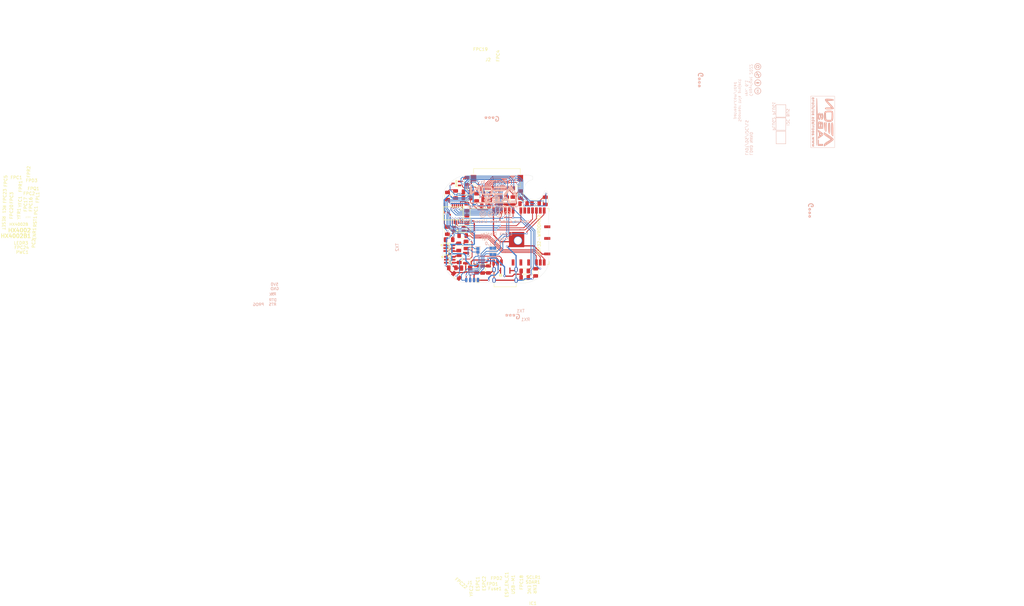
<source format=kicad_pcb>
(kicad_pcb (version 20211014) (generator pcbnew)
  (layers (0 "F.Cu" signal) (31 "B.Cu" signal) (34 "B.Paste" user) (35 "F.Paste" user) (36 "B.SilkS" user "B.Silkscreen") (37 "F.SilkS" user "F.Silkscreen") (38 "B.Mask" user) (39 "F.Mask" user) (44 "Edge.Cuts" user))
  (net 0 "")
  (net 1 "Net-(HX4002B1-Pad4)")
  (net 2 "Net-(HX4002B1-Pad6)")
  (net 3 "/GND")
  (net 4 "/5V0")
  (net 5 "/3V3")
  (net 6 "/IO01TX")
  (net 7 "/IO16_EINK_CS")
  (net 8 "/IO0_BOOT_DTR")
  (net 9 "/IO17_EINK_RES")
  (net 10 "/RST_EN_RTS")
  (net 11 "/IO03RX")
  (net 12 "/IO21_RF_MISO")
  (net 13 "/IO22_RF_RST")
  (net 22 "/IO19_EINK_BUSY")
  (net 28 "/5V0F")
  (net 29 "/TX_IN")
  (net 30 "/RX_IN")
  (net 31 "Net-(FPC1-Pad1)")
  (net 32 "Net-(FPC1-Pad2)")
  (net 33 "/PREVGH")
  (net 34 "/PREVGL")
  (net 35 "/GDR")
  (net 36 "/RESE")
  (net 37 "Net-(HX4002-Pad4)")
  (net 38 "Net-(HX4002-Pad6)")
  (net 39 "/SDI")
  (net 40 "/1V8")
  (net 41 "/SCLK")
  (net 42 "/BUSY")
  (net 43 "/RES")
  (net 44 "/CS")
  (net 48 "Net-(IC1-Pad10)")
  (net 54 "/IO05_BUZ")
  (net 61 "/IO14_LED_B")
  (net 62 "/IO12_LED_G")
  (net 63 "/IO13_LED_R")
  (net 65 "/IO04_RF_SDA")
  (net 66 "/IO18_RF_SCK")
  (net 67 "/IO23_RF_MOSI")
  (net 68 "Net-(Fuse1-Pad2)")
  (net 69 "Net-(FPC4-Pad1)")
  (net 70 "Net-(FPC5-Pad1)")
  (net 71 "Net-(LED1-Pad2)")
  (net 72 "Net-(FPC16-Pad1)")
  (net 73 "Net-(FPC17-Pad1)")
  (net 74 "Net-(FPC18-Pad1)")
  (net 75 "Net-(FPC19-Pad1)")
  (net 76 "Net-(FPC20-Pad1)")
  (net 77 "Net-(FPC22-Pad1)")
  (net 78 "/VCOM")
  (net 82 "Net-(RST1-Pad2)")
  (footprint "Resistor_SMD:R_1206_3216MetricTrue" (layer "F.Cu") (at 144.82 92.705 -90)
    (fp_text reference "FPR1")
    (fp_text value "10k")
  )
  (footprint "Fuse:Fuse_1206_3216Metric_Pad1.42x1.75mm_HandSolder" (layer "F.Cu") (at 141.21 115.85)
    (fp_text reference "Fuse1")
    (fp_text value "Polyfuse")
  )
  (footprint "Capacitor_SMD:C_1206_3216MetricTrue" (layer "F.Cu") (at 159.11 91.815 90)
    (fp_text reference "FPC17")
    (fp_text value "0.1uF")
  )
  (footprint "Capacitor_SMD:C_1206_3216MetricTrue" (layer "F.Cu") (at 154.63 93.805 -90)
    (fp_text reference "FPC5")
    (fp_text value "0.1uF")
  )
  (footprint "Capacitor_SMD:C_1206_3216MetricTrue" (layer "F.Cu") (at 141.645 92.89)
    (fp_text reference "FPD3")
    (fp_text value "DIODE")
  )
  (footprint "Capacitor_SMD:C_1206_3216MetricTrue" (layer "F.Cu") (at 135.3 92.27 -90)
    (fp_text reference "FPC3")
    (fp_text value "4.7uF")
  )
  (footprint "AeonLabs:Micro_USB_pcb_socket_5pin_4weld_points" (layer "F.Cu") (at 153.94 118.8)
    (fp_text reference "USB-M1")
    (fp_text value "USB-M")
  )
  (footprint "Connector:SOIC_clipProgSmall" (layer "F.Cu") (at 143.34 120.4895)
    (fp_text reference "J1")
    (fp_text value "Conn_01x08_Male")
  )
  (footprint "Capacitor_SMD:C_1206_3216MetricTrue" (layer "F.Cu") (at 137.94 91.79 -90)
    (fp_text reference "FPL1")
    (fp_text value "1uH 1A")
  )
  (footprint "Resistor_SMD:R_1206_3216MetricTrue" (layer "F.Cu") (at 160.54 118.91 180)
    (fp_text reference "SDAR1")
    (fp_text value "10k")
  )
  (footprint "Capacitor_SMD:C_1206_3216MetricTrue" (layer "F.Cu") (at 164.085 94.62)
    (fp_text reference "FPC19")
    (fp_text value "0.1uF")
  )
  (footprint "Capacitor_SMD:C_1206_3216MetricTrue" (layer "F.Cu") (at 141.695 90.9 180)
    (fp_text reference "FPC1")
    (fp_text value "4.7uF")
  )
  (footprint "Capacitor_SMD:C_1206_3216MetricTrue" (layer "F.Cu") (at 167.25 93.86 90)
    (fp_text reference "FPC20")
    (fp_text value "0.1uF")
  )
  (footprint "Capacitor_SMD:C_1206_3216MetricTrue" (layer "F.Cu") (at 146.79 116.27 -90)
    (fp_text reference "ESPC2")
    (fp_text value "22uF")
  )
  (footprint "Capacitor_SMD:C_1206_3216MetricTrue" (layer "F.Cu") (at 141.62 99.91 90)
    (fp_text reference "YFC1")
    (fp_text value "0.1uF")
  )
  (footprint "AeonLabs:HX4002 SOT95 P280X125-6N" (layer "F.Cu") (at 136 113.14)
    (fp_text reference "HX4002B1")
    (fp_text value "HX4002" hide)
  )
  (footprint "Capacitor_SMD:C_1206_3216MetricTrue" (layer "F.Cu") (at 139.12 112.825 -90)
    (fp_text reference "PC2")
    (fp_text value "0.1pF")
  )
  (footprint "Capacitor_SMD:C_1206_3216MetricTrue" (layer "F.Cu") (at 141.62 95.985 -90)
    (fp_text reference "YFC2")
    (fp_text value "0.1uF")
  )
  (footprint "Resistor_SMD:R_1206_3216MetricTrue" (layer "F.Cu") (at 141.65 87.42 -90)
    (fp_text reference "FPR2")
    (fp_text value "3k")
  )
  (footprint "Capacitor_SMD:C_1206_3216MetricTrue" (layer "F.Cu") (at 164.1 117.225 -90)
    (fp_text reference "FPC18")
    (fp_text value "0.1uF")
  )
  (footprint "Capacitor_SMD:C_1206_3216MetricTrue" (layer "F.Cu") (at 135.845 106.57 180)
    (fp_text reference "FPC24")
    (fp_text value "0.1uF")
  )
  (footprint "Capacitor_SMD:C_1206_3216MetricTrue" (layer "F.Cu") (at 148.67 116.25 -90)
    (fp_text reference "ESPC1")
    (fp_text value "0.1uF")
  )
  (footprint "Capacitor_SMD:C_1206_3216MetricTrue" (layer "F.Cu") (at 138.98 108.92 -90)
    (fp_text reference "PC1")
    (fp_text value "0.1pF")
  )
  (footprint "Capacitor_SMD:C_1206_3216MetricTrue" (layer "F.Cu") (at 160.135 94.8)
    (fp_text reference "FPC16")
    (fp_text value "0.1uF")
  )
  (footprint "Resistor_SMD:R_1206_3216MetricTrue" (layer "F.Cu") (at 140.26 105.22)
    (fp_text reference "LEDR3")
    (fp_text value "330R")
  )
  (footprint "Connector_FFC-FPC:Hirose_FH12-24S-0.5SH_1x24-1MP_P0.50mm_Horizontal" (layer "F.Cu") (at 151.45 87.85 180)
    (fp_text reference "J2")
    (fp_text value "Conn_01x24_Female")
  )
  (footprint "AeonLabs:TXS0108E_YF08E_PW_R-PDSO-G20" (layer "F.Cu") (at 137.175 97.9 -90)
    (fp_text reference "IC1")
    (fp_text value "TXS0108E")
  )
  (footprint "Resistor_SMD:R_1206_3216MetricTrue" (layer "F.Cu") (at 160.55 116.79 180)
    (fp_text reference "SCLR1")
    (fp_text value "10k")
  )
  (footprint "Capacitor_SMD:C_1206_3216MetricTrue" (layer "F.Cu") (at 152.54 93.815 -90)
    (fp_text reference "FPC23")
    (fp_text value "0.1uF")
  )
  (footprint "LED_SMD:LED_1206_3210_RGB_Metric" (layer "F.Cu") (at 139.17 102.96 180)
    (fp_text reference "LED1")
    (fp_text value "LED_GBRC")
  )
  (footprint "AeonLabs:HX4002 SOT95 P280X125-6N" (layer "F.Cu") (at 135.79 109.33)
    (fp_text reference "HX4002")
    (fp_text value "HX4002" hide)
  )
  (footprint "Capacitor_SMD:C_1206_3216MetricTrue" (layer "F.Cu") (at 147.68 95.53 180)
    (fp_text reference "FPC2")
    (fp_text value "4.7uF")
  )
  (footprint "Resistor_SMD:R_1206_3216MetricTrue" (layer "F.Cu") (at 135.26 103.61 90)
    (fp_text reference "YFR1")
    (fp_text value "330")
  )
  (footprint "Resistor_SMD:R_1206_3216MetricTrue" (layer "F.Cu") (at 141.37 108.275 -90)
    (fp_text reference "ENR1")
    (fp_text value "10k")
  )
  (footprint "Capacitor_SMD:C_1206_3216MetricTrue" (layer "F.Cu") (at 148.1 93.54)
    (fp_text reference "FPD2")
    (fp_text value "DIODE")
  )
  (footprint "Capacitor_SMD:C_1206_3216MetricTrue" (layer "F.Cu") (at 138.24 118.39 140)
    (fp_text reference "FPC22")
    (fp_text value "0.1uF")
  )
  (footprint "AeonLabs:SW_Push_SPST_NO_Alps_SKRK AliExpress" (layer "F.Cu") (at 140.555 114.135 90)
    (fp_text reference "RST1")
    (fp_text value "RST")
  )
  (footprint "AeonLabs:SI1308EDL-T1-GE3_SOT65P210X110-3N" (layer "F.Cu") (at 138.18 88.16 180)
    (fp_text reference "FPQ1")
    (fp_text value "SI1308EDL-T1-GE3")
  )
  (footprint "Capacitor_SMD:C_1206_3216MetricTrue" (layer "F.Cu") (at 144.85 116.19 90)
    (fp_text reference "ESP_EN_C1")
    (fp_text value "0.1uF")
  )
  (footprint "RF_Module:ESP32-WROOM-32" (layer "F.Cu") (at 158.64 105.51 90)
    (fp_text reference "ESP32-WROOM32")
    (fp_text value "ESP32-WROOM-32")
  )
  (footprint "Capacitor_SMD:C_1206_3216MetricTrue" (layer "F.Cu") (at 148.265 91.54 180)
    (fp_text reference "FPD1")
    (fp_text value "DIODE")
  )
  (footprint "Capacitor_SMD:C_1206_3216MetricTrue" (layer "F.Cu") (at 156.69 93.795 -90)
    (fp_text reference "FPC4")
    (fp_text value "0.1uF")
  )
  (footprint "Capacitor_SMD:C_1206_3216MetricTrue" (layer "F.Cu") (at 136.89 115.76 180)
    (fp_text reference "PWC1")
    (fp_text value "0.1pF")
  )
  (footprint "TestPoint:TestPoint_Pad_Bridge_1.0x1.0mm" (layer "B.Cu") (at 149.58 111.42)
    (fp_text reference "RX1")
    (fp_text value "RX1")
  )
  (footprint "AeonLabs:aeon logo www" (layer "B.Cu") (at 150.15 92.53 180)
    (fp_text reference "G***")
    (fp_text value "LOGO" hide)
  )
  (footprint "TestPoint:TestPoint_Pad_Bridge_1.0x1.0mm" (layer "B.Cu") (at 145.23 109.475 -90)
    (fp_text reference "TX2")
    (fp_text value "TX1")
  )
  (footprint "AeonLabs:aeon creative commons logos" (layer "B.Cu") (at 236.73 53.95 90)
    (fp_text reference "G***")
    (fp_text value "LOGO" hide)
  )
  (footprint "TestPoint:TestPoint_Pad_Bridge_1.0x1.0mm" (layer "B.Cu") (at 149.58 109.35)
    (fp_text reference "TX1")
    (fp_text value "TX1")
  )
  (footprint "AeonLabs:aeon logo www" (layer "B.Cu") (at 257.942334 68.030001 90)
    (fp_text reference "G***")
    (fp_text value "LOGO" hide)
  )
  (footprint "AeonLabs:aeon creative commons logos" (layer "B.Cu") (at 150.87 98.13 180)
    (fp_text reference "G***")
    (fp_text value "LOGO" hide)
  )
  (gr_line (start 245.85 75.185) (end 245.85 71.115) (layer "B.SilkS") (width 0.12))
  (gr_line (start 245.86 66.725) (end 242.66 66.71) (layer "B.SilkS") (width 0.12))
  (gr_line (start 245.87 66.51) (end 245.87 62.44) (layer "B.SilkS") (width 0.12))
  (gr_line (start 242.69 75.1875) (end 245.85 75.185) (layer "B.SilkS") (width 0.12))
  (gr_line (start 245.85 71.115) (end 242.68 71.1375) (layer "B.SilkS") (width 0.12))
  (gr_line (start 242.65 62.435) (end 242.66 66.505) (layer "B.SilkS") (width 0.12))
  (gr_line (start 242.66 66.71) (end 242.67 70.78) (layer "B.SilkS") (width 0.12))
  (gr_line (start 242.67 70.78) (end 245.86 70.795) (layer "B.SilkS") (width 0.12))
  (gr_line (start 242.68 71.1375) (end 242.69 75.1875) (layer "B.SilkS") (width 0.12))
  (gr_line (start 245.87 62.44) (end 242.65 62.435) (layer "B.SilkS") (width 0.12))
  (gr_line (start 245.86 70.795) (end 245.86 66.725) (layer "B.SilkS") (width 0.12))
  (gr_line (start 242.66 66.505) (end 245.87 66.51) (layer "B.SilkS") (width 0.12))
  (gr_circle (center 135.34 111.48) (end 135.34 111.38) (layer "F.SilkS") (width 0.2) (fill none))
  (gr_circle (center 152.66 118.209645) (end 152.83 118.220642) (layer "F.SilkS") (width 0.35) (fill none))
  (gr_circle (center 135.29 107.78) (end 135.29 107.68) (layer "F.SilkS") (width 0.2) (fill none))
  (gr_line (start 160.682453 120.689757) (end 141.341558 120.602294) (layer "Edge.Cuts") (width 0.05))
  (gr_line (start 160.868442 85.377706) (end 141.527547 85.394511) (layer "Edge.Cuts") (width 0.05))
  (gr_arc (start 160.868442 85.377706) (mid 162.02497 85.519584) (end 163.147378 85.832452) (layer "Edge.Cuts") (width 0.05))
  (gr_line (start 168.44 93.13) (end 168.432294 113.115576) (layer "Edge.Cuts") (width 0.05))
  (gr_arc (start 166.905335 90.602196) (mid 161.330602 92.551917) (end 163.147378 86.932452) (layer "Edge.Cuts") (width 0.05))
  (gr_arc (start 166.149999 118.057133) (mid 163.642031 119.842406) (end 160.682453 120.689757) (layer "Edge.Cuts") (width 0.05))
  (gr_arc (start 136.410001 118.327133) (mid 134.624728 115.819165) (end 133.777377 112.859587) (layer "Edge.Cuts") (width 0.05))
  (gr_arc (start 136.060001 88.027135) (mid 138.567969 86.241862) (end 141.527547 85.394511) (layer "Edge.Cuts") (width 0.05))
  (gr_arc (start 133.777706 92.968692) (mid 134.392954 90.255023) (end 136.060001 88.027135) (layer "Edge.Cuts") (width 0.05))
  (gr_arc (start 167.781935 90.604753) (mid 168.202595 91.843499) (end 168.44 93.13) (layer "Edge.Cuts") (width 0.05))
  (gr_line (start 163.147378 85.832452) (end 163.147378 86.932452) (layer "Edge.Cuts") (width 0.05))
  (gr_arc (start 141.341558 120.602294) (mid 138.627889 119.987046) (end 136.400001 118.319999) (layer "Edge.Cuts") (width 0.05))
  (gr_line (start 166.905335 90.602196) (end 167.781935 90.604753) (layer "Edge.Cuts") (width 0.05))
  (gr_arc (start 168.432294 113.115576) (mid 167.817046 115.829245) (end 166.149999 118.057133) (layer "Edge.Cuts") (width 0.05))
  (gr_line (start 133.777377 112.859587) (end 133.777706 92.968692) (layer "Edge.Cuts") (width 0.05))
  (gr_text "GND\n" (at 78.83 122.59) (layer "B.SilkS") (effects (font (size 0.9 0.9)) (justify mirror)))
  (gr_text "TX" (at 77.84 124.45) (layer "B.SilkS") (effects (font (size 0.9 0.9)) (justify mirror)))
  (gr_text "PLUG1" (at 241.94 63.62 -90) (layer "B.SilkS") (effects (font (size 0.9 0.9) (thickness 0.1)) (justify mirror)))
  (gr_text "powered by" (at 150.32 87.48) (layer "B.SilkS") (effects (font (size 1 1)) (justify mirror)))
  (gr_text "PLUG2" (at 241.91 68.68 -90) (layer "B.SilkS") (effects (font (size 0.9 0.9) (thickness 0.1)) (justify mirror)))
  (gr_text "Copyright 2022\nrev. 6.1" (at 233.79 59.66 -90) (layer "B.SilkS") (effects (font (size 0.9 0.9) (thickness 0.08)) (justify left mirror)))
  (gr_text "RX" (at 78.45 124.36) (layer "B.SilkS") (effects (font (size 0.9 0.9)) (justify mirror)))
  (gr_text "Creative Commons Licese 2022" (at 151.1 100.54) (layer "B.SilkS") (effects (font (size 1 1)) (justify mirror)))
  (gr_text "I2C BUS" (at 246.54 66.46 -90) (layer "B.SilkS") (effects (font (size 0.9 0.9) (thickness 0.1)) (justify mirror)))
  (gr_text "LDAD NANO \nLVDT/DS/I2C/LS" (at 233.82 78.97 -90) (layer "B.SilkS") (effects (font (size 0.9 0.9) (thickness 0.1)) (justify left mirror)))
  (gr_text "rev. 1.0" (at 150.45 107.81) (layer "B.SilkS") (effects (font (size 1 1)) (justify mirror)))
  (gr_text "PROG" (at 73.54 127.76) (layer "B.SilkS") (effects (font (size 0.9 0.9)) (justify mirror)))
  (gr_text "5V0" (at 78.78 121.15) (layer "B.SilkS") (effects (font (size 0.9 0.9)) (justify mirror)))
  (gr_text "E-Ink Display \nProgrammer" (at 150.91 105.46) (layer "B.SilkS") (effects (font (size 1 1)) (justify mirror)))
  (gr_text "Sponsor this project\npatreon.com/ldad" (at 230.13 61.04 -90) (layer "B.SilkS") (effects (font (size 0.9 0.9) (thickness 0.08)) (justify mirror)))
  (gr_text "RTS" (at 78.14 127.71) (layer "B.SilkS") (effects (font (size 0.9 0.9)) (justify mirror)))
  (gr_text "DTR" (at 78.22 126.28) (layer "B.SilkS") (effects (font (size 0.9 0.9)) (justify mirror)))
  (gr_text "RESET" (at -9.73 101.08 -90) (layer "F.SilkS") (effects (font (size 1 1))))
  (gr_text "RC1" (at -9.56 96.6 -90) (layer "F.SilkS") (effects (font (size 0.9 0.9))))
  (gr_text "ENC" (at 162.01 221.055 -90) (layer "F.SilkS") (effects (font (size 1 1))))
  (gr_text "HX4002B" (at -4.81 101.54) (layer "F.SilkS") (effects (font (size 0.9 0.9))))
  (gr_text "ENR" (at 163.8 220.835 -90) (layer "F.SilkS") (effects (font (size 1 1))))
  (segment (start 137.16 114.05) (end 138.8775 114.05) (width 0.4) (layer "F.Cu") (net 1))
  (segment (start 138.7725 111.9) (end 138.96 111.7125) (width 0.4) (layer "F.Cu") (net 2))
  (segment (start 137.96 111.9) (end 138.7725 111.9) (width 0.4) (layer "F.Cu") (net 2))
  (segment (start 137.71 112.15) (end 137.96 111.9) (width 0.4) (layer "F.Cu") (net 2))
  (segment (start 137.16 112.15) (end 137.71 112.15) (width 0.4) (layer "F.Cu") (net 2))
  (segment (start 166.635 92.655) (end 165.32 93.97) (width 0.25) (layer "F.Cu") (net 3))
  (segment (start 150.325 97.13) (end 150.325 105.025) (width 0.4) (layer "F.Cu") (net 3))
  (segment (start 135.17 105.98) (end 135.76 105.98) (width 0.4) (layer "F.Cu") (net 3))
  (segment (start 135.55 115.76) (end 134.81 115.02) (width 0.4) (layer "F.Cu") (net 3))
  (segment (start 137.35 103.59) (end 136.58 103.59) (width 0.25) (layer "F.Cu") (net 3))
  (segment (start 167.24 91.87) (end 167.51 91.6) (width 0.25) (layer "F.Cu") (net 3))
  (segment (start 135.8525 116.5025) (end 136.6475 117.2975) (width 0.4) (layer "F.Cu") (net 3))
  (segment (start 134.665 106.57) (end 134.665 106.485) (width 0.4) (layer "F.Cu") (net 3))
  (segment (start 137.35 104.12) (end 137.35 103.59) (width 0.4) (layer "F.Cu") (net 3))
  (segment (start 141.26 116.95) (end 141.26 114.37) (width 0.4) (layer "F.Cu") (net 3))
  (segment (start 157.95 107.21) (end 158.32 106.84) (width 0.4) (layer "F.Cu") (net 3))
  (segment (start 150.305 114.06) (end 150.305 116.125) (width 0.4) (layer "F.Cu") (net 3))
  (segment (start 144.85 117.2275) (end 144.7625 117.14) (width 0.4) (layer "F.Cu") (net 3))
  (segment (start 156.7 94.97) (end 157.66 94.97) (width 0.25) (layer "F.Cu") (net 3))
  (segment (start 135.42 102.43) (end 135.26 102.43) (width 0.25) (layer "F.Cu") (net 3))
  (segment (start 165.32 93.97) (end 165.32 94.74) (width 0.25) (layer "F.Cu") (net 3))
  (segment (start 143.06 87.21) (end 143.06 88.6) (width 0.4) (layer "F.Cu") (net 3))
  (segment (start 134.285 100.85) (end 134.285 101.375) (width 0.25) (layer "F.Cu") (net 3))
  (segment (start 149.28 93.54) (end 150.825 91.995) (width 0.25) (layer "F.Cu") (net 3))
  (segment (start 161.3 93.15) (end 159.32 91.17) (width 0.25) (layer "F.Cu") (net 3))
  (segment (start 141.65 88.6) (end 143.06 88.6) (width 0.25) (layer "F.Cu") (net 3))
  (segment (start 148.54 93.57) (end 147.92 94.19) (width 0.25) (layer "F.Cu") (net 3))
  (segment (start 159.32 91.17) (end 159.32 90.615) (width 0.25) (layer "F.Cu") (net 3))
  (segment (start 135.8525 115.76) (end 135.55 115.76) (width 0.4) (layer "F.Cu") (net 3))
  (segment (start 146.475 95.59) (end 145.36 95.59) (width 0.4) (layer "F.Cu") (net 3))
  (segment (start 141.62 97.165) (end 141.855 97.165) (width 0.25) (layer "F.Cu") (net 3))
  (segment (start 141.26 114.37) (end 141.375 114.255) (width 0.4) (layer "F.Cu") (net 3))
  (segment (start 154.71 108.77) (end 155.625 108.77) (width 0.4) (layer "F.Cu") (net 3))
  (segment (start 144.82 93.885) (end 144.82 95.05) (width 0.25) (layer "F.Cu") (net 3))
  (segment (start 135.8525 115.76) (end 135.8525 116.5025) (width 0.4) (layer "F.Cu") (net 3))
  (segment (start 140.9125 117.2975) (end 141.26 116.95) (width 0.4) (layer "F.Cu") (net 3))
  (segment (start 144.7625 117.14) (end 141.45 117.14) (width 0.4) (layer "F.Cu") (net 3))
  (segment (start 161.3 94.75) (end 161.3 93.15) (width 0.25) (layer "F.Cu") (net 3))
  (segment (start 157.065 94.975) (end 157.08 94.96) (width 0.4) (layer "F.Cu") (net 3))
  (segment (start 141.855 97.165) (end 143.1 95.92) (width 0.25) (layer "F.Cu") (net 3))
  (segment (start 135.3 93.69) (end 136.19 94.58) (width 0.4) (layer "F.Cu") (net 3))
  (segment (start 143.975 118.1025) (end 144.85 117.2275) (width 0.4) (layer "F.Cu") (net 3))
  (segment (start 146.79 117.3075) (end 147.0275 117.3075) (width 0.4) (layer "F.Cu") (net 3))
  (segment (start 152.2 89.7) (end 152.2 91.2) (width 0.25) (layer "F.Cu") (net 3))
  (segment (start 149.5725 117.2875) (end 150.52 116.34) (width 0.4) (layer "F.Cu") (net 3))
  (segment (start 136.6475 117.2975) (end 140.9125 117.2975) (width 0.4) (layer "F.Cu") (net 3))
  (segment (start 164.015 118.405) (end 163.08 119.34) (width 0.25) (layer "F.Cu") (net 3))
  (segment (start 141.45 117.14) (end 141.26 116.95) (width 0.4) (layer "F.Cu") (net 3))
  (segment (start 151.005 94.975) (end 152.57 94.975) (width 0.4) (layer "F.Cu") (net 3))
  (segment (start 144.82 95.05) (end 144.86 95.09) (width 0.25) (layer "F.Cu") (net 3))
  (segment (start 145.36 95.59) (end 144.86 95.09) (width 0.4) (layer "F.Cu") (net 3))
  (segment (start 159.945 108.57) (end 157.885 106.51) (width 0.4) (layer "F.Cu") (net 3))
  (segment (start 141.62 97.165) (end 141.62 98.73) (width 0.25) (layer "F.Cu") (net 3))
  (segment (start 157.73 106.63) (end 157.79 106.63) (width 0.4) (layer "F.Cu") (net 3))
  (segment (start 146.0425 117.2975) (end 148.66 117.2975) (width 0.4) (layer "F.Cu") (net 3))
  (segment (start 155.625 108.77) (end 157.885 106.51) (width 0.4) (layer "F.Cu") (net 3))
  (segment (start 135.47 113.13) (end 135.92 112.68) (width 0.4) (layer "F.Cu") (net 3))
  (segment (start 158.655 90.615) (end 159.32 90.615) (width 0.25) (layer "F.Cu") (net 3))
  (segment (start 147.92 95.27) (end 147.6 95.59) (width 0.25) (layer "F.Cu") (net 3))
  (segment (start 150.305 116.125) (end 150.52 116.34) (width 0.4) (layer "F.Cu") (net 3))
  (segment (start 148.67 117.2875) (end 149.5725 117.2875) (width 0.4) (layer "F.Cu") (net 3))
  (segment (start 152.2 91.2) (end 151.405 91.995) (width 0.25) (layer "F.Cu") (net 3))
  (segment (start 136.77 104.7) (end 137.35 104.12) (width 0.4) (layer "F.Cu") (net 3))
  (segment (start 143.975 119.8295) (end 143.975 118.1025) (width 0.4) (layer "F.Cu") (net 3))
  (segment (start 150.54 95.44) (end 151.005 94.975) (width 0.4) (layer "F.Cu") (net 3))
  (segment (start 134.285 101.375) (end 135.26 102.35) (width 0.25) (layer "F.Cu") (net 3))
  (segment (start 161.3 94.75) (end 161.3 94.92) (width 0.25) (layer "F.Cu") (net 3))
  (segment (start 150.325 105.025) (end 152.51 107.21) (width 0.4) (layer "F.Cu") (net 3))
  (segment (start 167.24 92.655) (end 166.635 92.655) (width 0.25) (layer "F.Cu") (net 3))
  (segment (start 149.36 93.57) (end 148.54 93.57) (width 0.25) (layer "F.Cu") (net 3))
  (segment (start 157.87 94.76) (end 157.87 91.4) (width 0.25) (layer "F.Cu") (net 3))
  (segment (start 135.41 109.39) (end 135.83 108.97) (width 0.4) (layer "F.Cu") (net 3))
  (segment (start 160.87 95.35) (end 160.4 95.35) (width 0.25) (layer "F.Cu") (net 3))
  (segment (start 160.03 104.33) (end 157.73 106.63) (width 0.4) (layer "F.Cu") (net 3))
  (segment (start 136.58 103.59) (end 135.42 102.43) (width 0.25) (layer "F.Cu") (net 3))
  (segment (start 150.325 95.705) (end 150.59 95.44) (width 0.4) (layer "F.Cu") (net 3))
  (segment (start 134.665 106.485) (end 135.17 105.98) (width 0.4) (layer "F.Cu") (net 3))
  (segment (start 148.66 117.2975) (end 148.67 117.2875) (width 0.4) (layer "F.Cu") (net 3))
  (segment (start 166.245 111.295) (end 166.24 111.3) (width 0.4) (layer "F.Cu") (net 3))
  (segment (start 143.76 86.51) (end 143.06 87.21) (width 0.25) (layer "F.Cu") (net 3))
  (segment (start 147.6 95.59) (end 146.475 95.59) (width 0.25) (layer "F.Cu") (net 3))
  (segment (start 155.7 116.67) (end 157.37 116.67) (width 0.4) (layer "F.Cu") (net 3))
  (segment (start 150.825 91.995) (end 151.405 91.995) (width 0.25) (layer "F.Cu") (net 3))
  (segment (start 161.3 94.92) (end 160.87 95.35) (width 0.25) (layer "F.Cu") (net 3))
  (segment (start 135.26 102.35) (end 135.26 102.43) (width 0.25) (layer "F.Cu") (net 3))
  (segment (start 157.37 116.67) (end 157.71 116.33) (width 0.4) (layer "F.Cu") (net 3))
  (segment (start 167.795 111.295) (end 166.245 111.295) (width 0.4) (layer "F.Cu") (net 3))
  (segment (start 135.3 93.45) (end 135.3 93.69) (width 0.4) (layer "F.Cu") (net 3))
  (segment (start 152.57 94.975) (end 157.065 94.975) (width 0.4) (layer "F.Cu") (net 3))
  (segment (start 166.24 111.3) (end 163.51 108.57) (width 0.4) (layer "F.Cu") (net 3))
  (segment (start 134.535 109.39) (end 135.385 109.39) (width 0.4) (layer "F.Cu") (net 3))
  (segment (start 167.24 92.655) (end 167.24 91.87) (width 0.25) (layer "F.Cu") (net 3))
  (segment (start 147.0275 117.3075) (end 147.21 117.49) (width 0.4) (layer "F.Cu") (net 3))
  (segment (start 150.51 116.35) (end 150.52 116.34) (width 0.4) (layer "F.Cu") (net 3))
  (segment (start 150.325 97.13) (end 150.325 95.705) (width 0.4) (layer "F.Cu") (net 3))
  (segment (start 157.66 94.97) (end 157.87 94.76) (width 0.25) (layer "F.Cu") (net 3))
  (segment (start 157.73 106.75) (end 157.73 106.63) (width 0.4) (layer "F.Cu") (net 3))
  (segment (start 144.86 117.2975) (end 146.0425 117.2975) (width 0.4) (layer "F.Cu") (net 3))
  (segment (start 163.51 108.57) (end 159.945 108.57) (width 0.4) (layer "F.Cu") (net 3))
  (segment (start 147.92 94.19) (end 147.92 95.27) (width 0.25) (layer "F.Cu") (net 3))
  (segment (start 157.79 106.63) (end 159.84 104.58) (width 0.4) (layer "F.Cu") (net 3))
  (segment (start 164.1 118.405) (end 164.015 118.405) (width 0.25) (layer "F.Cu") (net 3))
  (segment (start 152.51 107.21) (end 157.95 107.21) (width 0.4) (layer "F.Cu") (net 3))
  (segment (start 164.11 118.555) (end 163.815 118.555) (width 0.25) (layer "F.Cu") (net 3))
  (segment (start 157.87 91.4) (end 158.655 90.615) (width 0.25) (layer "F.Cu") (net 3))
  (segment (start 150.51 119.81) (end 150.51 116.35) (width 0.4) (layer "F.Cu") (net 3))
  (segment (start 134.65 113.13) (end 135.47 113.13) (width 0.4) (layer "F.Cu") (net 3))
  (segment (start 150.51 119.81) (end 157.73 119.81) (width 0.4) (layer "F.Cu") (net 3))
  (via (at 143.1 95.92) (size 0.6) (drill 0.4) (layers "F.Cu" "B.Cu") (net 3))
  (via (at 154.71 108.77) (size 0.6) (drill 0.4) (layers "F.Cu" "B.Cu") (net 3))
  (via (at 144.86 95.09) (size 0.6) (drill 0.4) (layers "F.Cu" "B.Cu") (net 3))
  (via (at 136.57 104.74) (size 0.6) (drill 0.4) (layers "F.Cu" "B.Cu") (net 3))
  (via (at 135.76 105.98) (size 0.6) (drill 0.4) (layers "F.Cu" "B.Cu") (net 3))
  (via (at 135.86 109.01) (size 0.6) (drill 0.4) (layers "F.Cu" "B.Cu") (net 3))
  (via (at 135.9 112.71) (size 0.6) (drill 0.4) (layers "F.Cu" "B.Cu") (net 3))
  (via (at 160.3 95.36) (size 0.6) (drill 0.4) (layers "F.Cu" "B.Cu") (net 3))
  (via (at 134.81 115.02) (size 0.6) (drill 0.4) (layers "F.Cu" "B.Cu") (net 3))
  (via (at 163.08 119.34) (size 0.6) (drill 0.4) (layers "F.Cu" "B.Cu") (net 3))
  (via (at 143.06 88.6) (size 0.6) (drill 0.4) (layers "F.Cu" "B.Cu") (net 3))
  (via (at 167.45 91.53) (size 0.6) (drill 0.4) (layers "F.Cu" "B.Cu") (net 3))
  (via (at 150.54 95.44) (size 0.6) (drill 0.4) (layers "F.Cu" "B.Cu") (net 3))
  (via (at 158.32 106.84) (size 2.8) (drill 2.5) (layers "F.Cu" "B.Cu") (net 3))
  (via (at 136.19 94.58) (size 0.6) (drill 0.4) (layers "F.Cu" "B.Cu") (net 3))
  (segment (start 159.6 119.81) (end 160.12 119.81) (width 0.4) (layer "B.Cu") (net 3))
  (segment (start 157.71 111.77) (end 154.71 108.77) (width 0.4) (layer "B.Cu") (net 3))
  (segment (start 167.45 95.16) (end 167.1 95.51) (width 0.25) (layer "B.Cu") (net 3))
  (segment (start 145.21 95.44) (end 144.86 95.09) (width 0.4) (layer "B.Cu") (net 3))
  (segment (start 136.32 94.71) (end 136.19 94.58) (width 0.4) (layer "B.Cu") (net 3))
  (segment (start 135.86 109.01) (end 134.95 109.01) (width 0.4) (layer "B.Cu") (net 3))
  (segment (start 141.89 94.71) (end 142.8 95.62) (width 0.4) (layer "B.Cu") (net 3))
  (segment (start 143.68 91.62) (end 143.68 90.74) (width 0.4) (layer "B.Cu") (net 3))
  (segment (start 134.95 109.01) (end 134.95 107.61) (width 0.4) (layer "B.Cu") (net 3))
  (segment (start 142.8 95.62) (end 143.1 95.92) (width 0.4) (layer "B.Cu") (net 3))
  (segment (start 134.95 112.19) (end 134.95 106.4) (width 0.4) (layer "B.Cu") (net 3))
  (segment (start 135.36 105.99) (end 135.77 105.99) (width 0.4) (layer "B.Cu") (net 3))
  (segment (start 157.71 116.33) (end 157.71 111.77) (width 0.4) (layer "B.Cu") (net 3))
  (segment (start 157.73 119.81) (end 159.6 119.81) (width 0.4) (layer "B.Cu") (net 3))
  (segment (start 157.71 116.33) (end 157.71 119.79) (width 0.4) (layer "B.Cu") (net 3))
  (segment (start 143.68 90.74) (end 143.68 95.34) (width 0.4) (layer "B.Cu") (net 3))
  (segment (start 157.98 106.44) (end 157.83 106.59) (width 0.4) (layer "B.Cu") (net 3))
  (segment (start 135.44 112.68) (end 135.92 112.68) (width 0.4) (layer "B.Cu") (net 3))
  (segment (start 139.25 94.71) (end 136.32 94.71) (width 0.4) (layer "B.Cu") (net 3))
  (segment (start 143.68 90.74) (end 143.68 89.22) (width 0.4) (layer "B.Cu") (net 3))
  (segment (start 160.45 95.51) (end 160.3 95.36) (width 0.25) (layer "B.Cu") (net 3))
  (segment (start 143.68 89.22) (end 143.06 88.6) (width 0.4) (layer "B.Cu") (net 3))
  (segment (start 167.45 91.53) (end 167.45 95.16) (width 0.25) (layer "B.Cu") (net 3))
  (segment (start 135.76 105.98) (end 136.57 105.17) (width 0.4) (layer "B.Cu") (net 3))
  (segment (start 134.95 112.19) (end 134.95 114.88) (width 0.4) (layer "B.Cu") (net 3))
  (segment (start 158.32 106.84) (end 158.32 107.32) (width 0.4) (layer "B.Cu") (net 3))
  (segment (start 143.375 95.645) (end 143.1 95.92) (width 0.4) (layer "B.Cu") (net 3))
  (segment (start 150.54 95.44) (end 145.21 95.44) (width 0.4) (layer "B.Cu") (net 3))
  (segment (start 134.95 114.88) (end 134.81 115.02) (width 0.4) (layer "B.Cu") (net 3))
  (segment (start 136.57 105.17) (end 136.57 104.74) (width 0.4) (layer "B.Cu") (net 3))
  (segment (start 134.95 112.19) (end 135.44 112.68) (width 0.4) (layer "B.Cu") (net 3))
  (segment (start 139.25 94.71) (end 141.89 94.71) (width 0.4) (layer "B.Cu") (net 3))
  (segment (start 167.1 95.51) (end 160.45 95.51) (width 0.25) (layer "B.Cu") (net 3))
  (segment (start 143.93 95.09) (end 143.375 95.645) (width 0.4) (layer "B.Cu") (net 3))
  (segment (start 157.73 106.84) (end 158.32 106.84) (width 0.4) (layer "B.Cu") (net 3))
  (segment (start 157.71 119.79) (end 157.73 119.81) (width 0.4) (layer "B.Cu") (net 3))
  (segment (start 143.68 95.34) (end 143.375 95.645) (width 0.4) (layer "B.Cu") (net 3))
  (segment (start 160.12 119.81) (end 160.56 119.37) (width 0.4) (layer "B.Cu") (net 3))
  (segment (start 160.56 119.37) (end 163.03 119.37) (width 0.4) (layer "B.Cu") (net 3))
  (segment (start 134.95 106.4) (end 135.36 105.99) (width 0.4) (layer "B.Cu") (net 3))
  (segment (start 144.86 95.09) (end 143.93 95.09) (width 0.4) (layer "B.Cu") (net 3))
  (segment (start 138.0175 115.85) (end 137.9275 115.76) (width 0.4) (layer "F.Cu") (net 4))
  (segment (start 137.12 109.38) (end 136.55 109.38) (width 0.4) (layer "F.Cu") (net 4))
  (segment (start 135.89 113.85) (end 135.88 113.85) (width 0.4) (layer "F.Cu") (net 4))
  (segment (start 134.54 114.11) (end 135.5 114.11) (width 0.4) (layer "F.Cu") (net 4))
  (segment (start 139.81 115.85) (end 138.0175 115.85) (width 0.4) (layer "F.Cu") (net 4))
  (segment (start 135.86 110.07) (end 135.86 110.24) (width 0.4) (layer "F.Cu") (net 4))
  (segment (start 135.79 110.33) (end 134.79 110.33) (width 0.4) (layer "F.Cu") (net 4))
  (segment (start 137.15 113.13) (end 136.61 113.13) (width 0.4) (layer "F.Cu") (net 4))
  (segment (start 136.55 109.38) (end 135.86 110.07) (width 0.4) (layer "F.Cu") (net 4))
  (segment (start 137.76 115.76) (end 136.87 114.87) (width 0.4) (layer "F.Cu") (net 4))
  (segment (start 135.88 113.85) (end 135.62 114.11) (width 0.4) (layer "F.Cu") (net 4))
  (segment (start 136.61 113.13) (end 135.89 113.85) (width 0.4) (layer "F.Cu") (net 4))
  (segment (start 135.85 110.26) (end 135.85 110.27) (width 0.4) (layer "F.Cu") (net 4))
  (segment (start 137.9275 115.76) (end 137.76 115.76) (width 0.4) (layer "F.Cu") (net 4))
  (segment (start 135.62 114.11) (end 135.5 114.11) (width 0.4) (layer "F.Cu") (net 4))
  (via (at 136.87 114.87) (size 0.6) (drill 0.4) (layers "F.Cu" "B.Cu") (net 4))
  (via (at 135.84 110.31) (size 0.6) (drill 0.4) (layers "F.Cu" "B.Cu") (net 4))
  (via (at 135.91 113.92) (size 0.6) (drill 0.4) (layers "F.Cu" "B.Cu") (net 4))
  (segment (start 135.85 111.28) (end 135.85 110.64) (width 0.4) (layer "B.Cu") (net 4))
  (segment (start 135.85 110.64) (end 135.86 110.63) (width 0.4) (layer "B.Cu") (net 4))
  (segment (start 135.92 113.92) (end 135.91 113.92) (width 0.4) (layer "B.Cu") (net 4))
  (segment (start 136.71 112.14) (end 135.85 111.28) (width 0.4) (layer "B.Cu") (net 4))
  (segment (start 136.71 113.12) (end 136.71 112.14) (width 0.4) (layer "B.Cu") (net 4))
  (segment (start 136.87 114.87) (end 135.92 113.92) (width 0.4) (layer "B.Cu") (net 4))
  (segment (start 135.91 113.92) (end 136.71 113.12) (width 0.4) (layer "B.Cu") (net 4))
  (segment (start 135.86 110.63) (end 135.86 110.24) (width 0.4) (layer "B.Cu") (net 4))
  (segment (start 144.06 104.05) (end 144.09 104.08) (width 0.4) (layer "F.Cu") (net 5))
  (segment (start 153.7 88.84) (end 153.94 88.6) (width 0.25) (layer "F.Cu") (net 5))
  (segment (start 148.13 113.96) (end 146.7 113.96) (width 0.4) (layer "F.Cu") (net 5))
  (segment (start 146.5925 115.2325) (end 146.32 114.96) (width 0.4) (layer "F.Cu") (net 5))
  (segment (start 159.37 117.85) (end 159.37 118.9) (width 0.4) (layer "F.Cu") (net 5))
  (segment (start 146.79 115.2325) (end 146.5925 115.2325) (width 0.4) (layer "F.Cu") (net 5))
  (segment (start 149.36 112.77) (end 149.36 114.5225) (width 0.4) (layer "F.Cu") (net 5))
  (segment (start 159.37 116.79) (end 159.37 117.85) (width 0.4) (layer "F.Cu") (net 5))
  (segment (start 151.25 112.49) (end 149.64 112.49) (width 0.4) (layer "F.Cu") (net 5))
  (segment (start 146.79 114.05) (end 146.7 113.96) (width 0.4) (layer "F.Cu") (net 5))
  (segment (start 145.07 113.96) (end 145.01 113.9) (width 0.4) (layer "F.Cu") (net 5))
  (segment (start 149.64 112.49) (end 149.36 112.77) (width 0.4) (layer "F.Cu") (net 5))
  (segment (start 136.12 91.92) (end 136.12 92.13) (width 0.25) (layer "F.Cu") (net 5))
  (segment (start 135.85 111.16) (end 136.75 111.16) (width 0.4) (layer "F.Cu") (net 5))
  (segment (start 148.58 112.57) (end 148.58 113.51) (width 0.4) (layer "F.Cu") (net 5))
  (segment (start 141.23 107.08) (end 141.02 106.87) (width 0.25) (layer "F.Cu") (net 5))
  (segment (start 146.7 113.96) (end 145.07 113.96) (width 0.4) (layer "F.Cu") (net 5))
  (segment (start 139.48 100.5875) (end 139.48 99.3925) (width 0.25) (layer "F.Cu") (net 5))
  (segment (start 154.05 118.49) (end 153.94 118.38) (width 0.4) (layer "F.Cu") (net 5))
  (segment (start 134.92 97.55) (end 134.97 97.6) (width 0.4) (layer "F.Cu") (net 5))
  (segment (start 134.83 112.18) (end 135.85 111.16) (width 0.4) (layer "F.Cu") (net 5))
  (segment (start 156.52 118.49) (end 154.05 118.49) (width 0.4) (layer "F.Cu") (net 5))
  (segment (start 141.2 107.25) (end 140.25 108.2) (width 0.4) (layer "F.Cu") (net 5))
  (segment (start 136.17 98.3) (end 135.47 97.6) (width 0.4) (layer "F.Cu") (net 5))
  (segment (start 145.06 113.96) (end 148.13 113.96) (width 0.4) (layer "F.Cu") (net 5))
  (segment (start 146.79 115.2325) (end 148.65 115.2325) (width 0.4) (layer "F.Cu") (net 5))
  (segment (start 153.7 89.7) (end 153.7 88.84) (width 0.25) (layer "F.Cu") (net 5))
  (segment (start 140.94 106.94) (end 141.25 107.25) (width 0.4) (layer "F.Cu") (net 5))
  (segment (start 144.06 102.08) (end 144.06 101.52) (width 0.4) (layer "F.Cu") (net 5))
  (segment (start 144.06 100.7) (end 143.79 100.43) (width 0.4) (layer "F.Cu") (net 5))
  (segment (start 134.65 112.18) (end 134.83 112.18) (width 0.4) (layer "F.Cu") (net 5))
  (segment (start 144.95 113.85) (end 145.06 113.96) (width 0.4) (layer "F.Cu") (net 5))
  (segment (start 135.3 91.1) (end 136.12 91.92) (width 0.25) (layer "F.Cu") (net 5))
  (segment (start 151.575 114.06) (end 151.575 112.815) (width 0.4) (layer "F.Cu") (net 5))
  (segment (start 136.17 98.6) (end 136.17 98.3) (width 0.4) (layer "F.Cu") (net 5))
  (segment (start 159.37 117.85) (end 157.16 117.85) (width 0.4) (layer "F.Cu") (net 5))
  (segment (start 136.17 98.6) (end 136.17 98.92) (width 0.4) (layer "F.Cu") (net 5))
  (segment (start 134.62 108.43) (end 135.49 108.43) (width 0.4) (layer "F.Cu") (net 5))
  (segment (start 148.58 113.51) (end 148.13 113.96) (width 0.4) (layer "F.Cu") (net 5))
  (segment (start 134.97 97.6) (end 135.47 97.6) (width 0.4) (layer "F.Cu") (net 5))
  (segment (start 142.45 100.43) (end 143.04 100.43) (width 0.4) (layer "F.Cu") (net 5))
  (segment (start 135.9425 90.2275) (end 137.94 90.2275) (width 0.25) (layer "F.Cu") (net 5))
  (segment (start 146.79 115.2325) (end 146.79 114.94) (width 0.4) (layer "F.Cu") (net 5))
  (segment (start 151.575 112.815) (end 151.25 112.49) (width 0.4) (layer "F.Cu") (net 5))
  (segment (start 141.62 101.08) (end 141.8 101.08) (width 0.4) (layer "F.Cu") (net 5))
  (segment (start 135.3 91.1) (end 135.3 90.87) (width 0.25) (layer "F.Cu") (net 5))
  (segment (start 149.36 114.5225) (end 148.67 115.2125) (width 0.4) (layer "F.Cu") (net 5))
  (segment (start 135.49 108.43) (end 135.84 108.08) (width 0.4) (layer "F.Cu") (net 5))
  (segment (start 146.79 115.1) (end 146.79 114.05) (width 0.4) (layer "F.Cu") (net 5))
  (segment (start 141.8 101.08) (end 142.45 100.43) (width 0.4) (layer "F.Cu") (net 5))
  (segment (start 144.06 102.08) (end 144.06 104.05) (width 0.4) (layer "F.Cu") (net 5))
  (segment (start 157.16 117.85) (end 156.52 118.49) (width 0.4) (layer "F.Cu") (net 5))
  (segment (start 135.3 90.87) (end 135.9425 90.2275) (width 0.25) (layer "F.Cu") (net 5))
  (segment (start 146.79 115.2325) (end 146.79 114.84) (width 0.4) (layer "F.Cu") (net 5))
  (segment (start 148.65 115.2325) (end 148.67 115.2125) (width 0.4) (layer "F.Cu") (net 5))
  (segment (start 143.79 100.43) (end 143.04 100.43) (width 0.4) (layer "F.Cu") (net 5))
  (segment (start 144.06 102.08) (end 144.06 100.7) (width 0.4) (layer "F.Cu") (net 5))
  (segment (start 159.37 118.9) (end 159.36 118.91) (width 0.4) (layer "F.Cu") (net 5))
  (segment (start 141.25 107.25) (end 141.2 107.25) (width 0.4) (layer "F.Cu") (net 5))
  (via (at 135.84 108.08) (size 0.6) (drill 0.4) (layers "F.Cu" "B.Cu") (net 5))
  (via (at 143.04 100.43) (size 0.8) (drill 0.4) (layers "F.Cu" "B.Cu") (net 5))
  (via (at 134.89 97.61) (size 0.6) (drill 0.4) (layers "F.Cu" "B.Cu") (net 5))
  (via (at 153.94 118.38) (size 0.8) (drill 0.4) (layers "F.Cu" "B.Cu") (net 5))
  (via (at 145.01 113.9) (size 0.6) (drill 0.4) (layers "F.Cu" "B.Cu") (net 5))
  (via (at 148.58 112.57) (size 0.6) (drill 0.4) (layers "F.Cu" "B.Cu") (net 5))
  (via (at 144.07 104.01) (size 0.6) (drill 0.4) (layers "F.Cu" "B.Cu") (net 5))
  (via (at 153.94 88.6) (size 0.6) (drill 0.4) (layers "F.Cu" "B.Cu") (net 5))
  (via (at 136.12 92.13) (size 0.6) (drill 0.4) (layers "F.Cu" "B.Cu") (net 5))
  (via (at 136.75 111.16) (size 0.6) (drill 0.4) (layers "F.Cu" "B.Cu") (net 5))
  (via (at 140.29 108.2) (size 0.6) (drill 0.4) (layers "F.Cu" "B.Cu") (net 5))
  (via (at 139.59 99.35) (size 0.6) (drill 0.4) (layers "F.Cu" "B.Cu") (net 5))
  (via (at 136.17 98.92) (size 0.6) (drill 0.4) (layers "F.Cu" "B.Cu") (net 5))
  (segment (start 136.92 92.93) (end 136.12 92.13) (width 0.4) (layer "B.Cu") (net 5))
  (segment (start 135.84 108.08) (end 136.41 108.08) (width 0.4) (layer "B.Cu") (net 5))
  (segment (start 139.93 100.47) (end 139.59 100.13) (width 0.25) (layer "B.Cu") (net 5))
  (segment (start 142.92 115.02) (end 141.325 113.425) (width 0.4) (layer "B.Cu") (net 5))
  (segment (start 139.59 100.13) (end 139.59 99.35) (width 0.25) (layer "B.Cu") (net 5))
  (segment (start 142.17 91.43) (end 140.96 90.22) (width 0.4) (layer "B.Cu") (net 5))
  (segment (start 136.14 98.96) (end 136.14 101.85) (width 0.4) (layer "B.Cu") (net 5))
  (segment (start 144.06 107.94) (end 143.8 108.2) (width 0.4) (layer "B.Cu") (net 5))
  (segment (start 144.06 104.11) (end 144.06 107.94) (width 0.4) (layer "B.Cu") (net 5))
  (segment (start 136.41 108.08) (end 138.68 108.08) (width 0.4) (layer "B.Cu") (net 5))
  (segment (start 152.68 86.79) (end 154.05 88.16) (width 0.4) (layer "B.Cu") (net 5))
  (segment (start 154.05 88.16) (end 154.05 88.49) (width 0.4) (layer "B.Cu") (net 5))
  (segment (start 136.75 108.42) (end 136.41 108.08) (width 0.4) (layer "B.Cu") (net 5))
  (segment (start 142.17 92.05) (end 142.17 91.43) (width 0.4) (layer "B.Cu") (net 5))
  (segment (start 143 100.47) (end 139.93 100.47) (width 0.25) (layer "B.Cu") (net 5))
  (segment (start 144.09 104.08) (end 144.06 104.11) (width 0.4) (layer "B.Cu") (net 5))
  (segment (start 142.08 86.79) (end 140.96 87.91) (width 0.4) (layer "B.Cu") (net 5))
  (segment (start 134.25 96.88) (end 134.25 93.53) (width 0.4) (layer "B.Cu") (net 5))
  (segment (start 140.96 87.91) (end 140.96 90.04) (width 0.4) (layer "B.Cu") (net 5))
  (segment (start 138.26 103.97) (end 143.98 103.97) (width 0.4) (layer "B.Cu") (net 5))
  (segment (start 136.75 110.23) (end 136.75 111.16) (width 0.4) (layer "B.Cu") (net 5))
  (segment (start 142.17 92.27) (end 141.51 92.93) (width 0.4) (layer "B.Cu") (net 5))
  (segment (start 140.13 108.08) (end 140.25 108.2) (width 0.4) (layer "B.Cu") (net 5))
  (segment (start 142.17 92.05) (end 142.17 92.27) (width 0.4) (layer "B.Cu") (net 5))
  (segment (start 143.98 103.97) (end 144.09 104.08) (width 0.4) (layer "B.Cu") (net 5))
  (segment (start 144.23 86.79) (end 142.08 86.79) (width 0.4) (layer "B.Cu") (net 5))
  (segment (start 148.58 112.57) (end 151.07 112.57) (width 0.4) (layer "B.Cu") (net 5))
  (segment (start 136.14 101.85) (end 138.26 103.97) (width 0.4) (layer "B.Cu") (net 5))
  (segment (start 135.65 92.13) (end 136.12 92.13) (width 0.4) (layer "B.Cu") (net 5))
  (segment (start 145.01 113.9) (end 145.01 114.57) (width 0.4) (layer "B.Cu") (net 5))
  (segment (start 134.92 97.55) (end 134.25 96.88) (width 0.4) (layer "B.Cu") (net 5))
  (segment (start 153.94 115.44) (end 153.94 118.38) (width 0.4) (layer "B.Cu") (net 5))
  (segment (start 145.01 114.57) (end 144.56 115.02) (width 0.4) (layer "B.Cu") (net 5))
  (segment (start 144.23 86.79) (end 142.91 86.79) (width 0.4) (layer "B.Cu") (net 5))
  (segment (start 136.75 110.01) (end 136.75 110.23) (width 0.4) (layer "B.Cu") (net 5))
  (segment (start 138.68 108.08) (end 140.13 108.08) (width 0.4) (layer "B.Cu") (net 5))
  (segment (start 151.07 112.57) (end 153.94 115.44) (width 0.4) (layer "B.Cu") (net 5))
  (segment (start 141.325 113.425) (end 141.325 111.815) (width 0.4) (layer "B.Cu") (net 5))
  (segment (start 134.25 93.53) (end 135.65 92.13) (width 0.4) (layer "B.Cu") (net 5))
  (segment (start 136.75 110.23) (end 136.75 108.42) (width 0.4) (layer "B.Cu") (net 5))
  (segment (start 143.04 100.43) (end 143 100.47) (width 0.25) (layer "B.Cu") (net 5))
  (segment (start 143.8 108.2) (end 140.25 108.2) (width 0.4) (layer "B.Cu") (net 5))
  (segment (start 144.56 115.02) (end 142.92 115.02) (width 0.4) (layer "B.Cu") (net 5))
  (segment (start 140.96 90.22) (end 140.96 90.04) (width 0.4) (layer "B.Cu") (net 5))
  (segment (start 141.325 111.815) (end 140.67 111.16) (width 0.4) (layer "B.Cu") (net 5))
  (segment (start 144.23 86.79) (end 152.68 86.79) (width 0.4) (layer "B.Cu") (net 5))
  (segment (start 154.05 88.49) (end 153.94 88.6) (width 0.4) (layer "B.Cu") (net 5))
  (segment (start 142.17 91.43) (end 141.66 90.92) (width 0.4) (layer "B.Cu") (net 5))
  (segment (start 141.51 92.93) (end 136.92 92.93) (width 0.4) (layer "B.Cu") (net 5))
  (segment (start 140.67 111.16) (end 136.75 111.16) (width 0.4) (layer "B.Cu") (net 5))
  (segment (start 154.61 104.12) (end 154.66 104.07) (width 0.25) (layer "F.Cu") (net 6))
  (segment (start 154.27 96.5525) (end 154.27 98.6675) (width 0.25) (layer "F.Cu") (net 6))
  (segment (start 154.61 106.15) (end 154.61 104.12) (width 0.25) (layer "F.Cu") (net 6))
  (via (at 154.61 106.15) (size 0.6) (drill 0.4) (layers "F.Cu" "B.Cu") (net 6))
  (via (at 154.66 104.07) (size 0.6) (drill 0.4) (layers "F.Cu" "B.Cu") (net 6))
  (via (at 154.29 98.67) (size 0.6) (drill 0.4) (layers "F.Cu" "B.Cu") (net 6))
  (segment (start 150.89 111.43) (end 151.79 111.43) (width 0.25) (layer "B.Cu") (net 6))
  (segment (start 154.66 99.04) (end 154.29 98.67) (width 0.25) (layer "B.Cu") (net 6))
  (segment (start 154.3 98.67) (end 154.24 98.73) (width 0.25) (layer "B.Cu") (net 6))
  (segment (start 151.79 111.43) (end 153.375 109.845) (width 0.25) (layer "B.Cu") (net 6))
  (segment (start 154.66 104.07) (end 154.66 99.04) (width 0.25) (layer "B.Cu") (net 6))
  (segment (start 153.375 107.385) (end 154.61 106.15) (width 0.25) (layer "B.Cu") (net 6))
  (segment (start 153.375 109.845) (end 153.375 107.385) (width 0.25) (layer "B.Cu") (net 6))
  (segment (start 160.65 103.37) (end 164.355 99.665) (width 0.25) (layer "F.Cu") (net 7))
  (segment (start 164.355 99.665) (end 164.355 97.01) (width 0.25) (layer "F.Cu") (net 7))
  (segment (start 158.92 103.37) (end 160.65 103.37) (width 0.25) (layer "F.Cu") (net 7))
  (segment (start 136.885 99.655) (end 136.91 99.63) (width 0.25) (layer "F.Cu") (net 7))
  (segment (start 151.24 103.37) (end 158.92 103.37) (width 0.25) (layer "F.Cu") (net 7))
  (segment (start 164.355 97.01) (end 164.355 98.225) (width 0.25) (layer "F.Cu") (net 7))
  (segment (start 158.92 103.37) (end 159.21 103.37) (width 0.25) (layer "F.Cu") (net 7))
  (segment (start 136.885 100.85) (end 136.885 99.655) (width 0.25) (layer "F.Cu") (net 7))
  (via (at 136.91 99.63) (size 0.6) (drill 0.4) (layers "F.Cu" "B.Cu") (net 7))
  (via (at 151.24 103.37) (size 0.6) (drill 0.4) (layers "F.Cu" "B.Cu") (net 7))
  (segment (start 143.66 103.4) (end 145.2 103.4) (width 0.25) (layer "B.Cu") (net 7))
  (segment (start 137.24 102.18) (end 136.91 101.85) (width 0.25) (layer "B.Cu") (net 7))
  (segment (start 145.2 103.4) (end 145.26 103.4) (width 0.25) (layer "B.Cu") (net 7))
  (segment (start 136.91 101.85) (end 136.91 99.63) (width 0.25) (layer "B.Cu") (net 7))
  (segment (start 137.24 102.18) (end 138.46 103.4) (width 0.25) (layer "B.Cu") (net 7))
  (segment (start 138.46 103.4) (end 143.66 103.4) (width 0.25) (layer "B.Cu") (net 7))
  (segment (start 145.2 103.4) (end 151.14 103.4) (width 0.25) (layer "B.Cu") (net 7))
  (segment (start 166.795 98.355) (end 161.22 103.93) (width 0.25) (layer "F.Cu") (net 8))
  (segment (start 166.795 97.08) (end 166.795 98.355) (width 0.25) (layer "F.Cu") (net 8))
  (segment (start 161.22 103.93) (end 161.22 104.53) (width 0.25) (layer "F.Cu") (net 8))
  (via (at 161.22 104.53) (size 0.6) (drill 0.4) (layers "F.Cu" "B.Cu") (net 8))
  (segment (start 142.705 119.8295) (end 142.705 118.295) (width 0.25) (layer "B.Cu") (net 8))
  (segment (start 147.95 110.36) (end 151.56 110.36) (width 0.25) (layer "B.Cu") (net 8))
  (segment (start 152.58 109.34) (end 152.58 106.75) (width 0.25) (layer "B.Cu") (net 8))
  (segment (start 142.72 117.05) (end 145.23 117.05) (width 0.25) (layer "B.Cu") (net 8))
  (segment (start 152.58 106.75) (end 153.91 105.42) (width 0.25) (layer "B.Cu") (net 8))
  (segment (start 142.325 117.915) (end 142.325 117.445) (width 0.25) (layer "B.Cu") (net 8))
  (segment (start 156.01 104.58) (end 161.18 104.58) (width 0.25) (layer "B.Cu") (net 8))
  (segment (start 146.75 115.53) (end 146.75 111.56) (width 0.25) (layer "B.Cu") (net 8))
  (segment (start 151.56 110.36) (end 152.58 109.34) (width 0.25) (layer "B.Cu") (net 8))
  (segment (start 146.75 111.56) (end 147.95 110.36) (width 0.25) (layer "B.Cu") (net 8))
  (segment (start 142.325 117.445) (end 142.72 117.05) (width 0.25) (layer "B.Cu") (net 8))
  (segment (start 155.17 105.42) (end 156.01 104.58) (width 0.25) (layer "B.Cu") (net 8))
  (segment (start 142.705 118.295) (end 142.325 117.915) (width 0.25) (layer "B.Cu") (net 8))
  (segment (start 153.91 105.42) (end 155.17 105.42) (width 0.25) (layer "B.Cu") (net 8))
  (segment (start 145.23 117.05) (end 146.75 115.53) (width 0.25) (layer "B.Cu") (net 8))
  (segment (start 137.535 100.85) (end 137.535 100.005) (width 0.25) (layer "F.Cu") (net 9))
  (segment (start 163.085 99.845) (end 163.085 97.01) (width 0.25) (layer "F.Cu") (net 9))
  (segment (start 160.24 102.69) (end 163.085 99.845) (width 0.25) (layer "F.Cu") (net 9))
  (segment (start 137.535 100.005) (end 137.89 99.65) (width 0.25) (layer "F.Cu") (net 9))
  (segment (start 151.96 102.69) (end 160.24 102.69) (width 0.25) (layer "F.Cu") (net 9))
  (via (at 137.89 99.65) (size 0.6) (drill 0.4) (layers "F.Cu" "B.Cu") (net 9))
  (via (at 151.96 102.69) (size 0.6) (drill 0.4) (layers "F.Cu" "B.Cu") (net 9))
  (segment (start 137.89 102.1) (end 137.89 99.65) (width 0.25) (layer "B.Cu") (net 9))
  (segment (start 151.96 102.69) (end 139.94 102.69) (width 0.25) (layer "B.Cu") (net 9))
  (segment (start 139.94 102.69) (end 139.72 102.91) (width 0.25) (layer "B.Cu") (net 9))
  (segment (start 138.005 102.215) (end 138.7 102.91) (width 0.25) (layer "B.Cu") (net 9))
  (segment (start 150.7 102.68) (end 151.96 102.68) (width 0.25) (layer "B.Cu") (net 9))
  (segment (start 138.005 102.215) (end 137.89 102.1) (width 0.25) (layer "B.Cu") (net 9))
  (segment (start 138.7 102.91) (end 139.72 102.91) (width 0.25) (layer "B.Cu") (net 9))
  (segment (start 145.67 111.95) (end 152.27 111.95) (width 0.25) (layer "F.Cu") (net 10))
  (segment (start 143.93 114.46) (end 143.93 114.02) (width 0.25) (layer "F.Cu") (net 10))
  (segment (start 152.27 111.95) (end 152.925 112.605) (width 0.25) (layer "F.Cu") (net 10))
  (segment (start 141.5 109.8) (end 142.7 109.8) (width 0.25) (layer "F.Cu") (net 10))
  (segment (start 144.85 115.01) (end 144.48 115.01) (width 0.4) (layer "F.Cu") (net 10))
  (segment (start 152.845 114.06) (end 152.845 113.285) (width 0.25) (layer "F.Cu") (net 10))
  (segment (start 152.925 112.605) (end 152.925 114.01) (width 0.25) (layer "F.Cu") (net 10))
  (segment (start 145.63 111.99) (end 145.67 111.95) (width 0.25) (layer "F.Cu") (net 10))
  (segment (start 144.48 115.01) (end 143.93 114.46) (width 0.25) (layer "F.Cu") (net 10))
  (via (at 145.63 111.99) (size 0.6) (drill 0.4) (layers "F.Cu" "B.Cu") (net 10))
  (via (at 143.94 113.93) (size 0.6) (drill 0.4) (layers "F.Cu" "B.Cu") (net 10))
  (via (at 142.72 109.82) (size 0.6) (drill 0.4) (layers "F.Cu" "B.Cu") (net 10))
  (segment (start 141.75 116.11) (end 144.88 116.11) (width 0.25) (layer "B.Cu") (net 10))
  (segment (start 143.92 112.57) (end 143.92 113.86) (width 0.25) (layer "B.Cu") (net 10))
  (segment (start 145.63 111.99) (end 144.5 111.99) (width 0.25) (layer "B.Cu") (net 10))
  (segment (start 139.84 118.02) (end 141.75 116.11) (width 0.25) (layer "B.Cu") (net 10))
  (segment (start 145.63 115.36) (end 145.63 112.92) (width 0.25) (layer "B.Cu") (net 10))
  (segment (start 143.2 110.27) (end 142.7 109.77) (width 0.25) (layer "B.Cu") (net 10))
  (segment (start 145.23 111.59) (end 145.63 111.99) (width 0.25) (layer "B.Cu") (net 10))
  (segment (start 145.23 110.595) (end 145.23 111.59) (width 0.25) (layer "B.Cu") (net 10))
  (segment (start 145.63 113.19) (end 145.63 112.92) (width 0.25) (layer "B.Cu") (net 10))
  (segment (start 145.23 110.595) (end 143.525 110.595) (width 0.25) (layer "B.Cu") (net 10))
  (segment (start 140.0795 119.8295) (end 139.84 119.59) (width 0.25) (layer "B.Cu") (net 10))
  (segment (start 143.525 110.595) (end 143.2 110.27) (width 0.25) (layer "B.Cu") (net 10))
  (segment (start 141.435 119.8295) (end 140.0795 119.8295) (width 0.25) (layer "B.Cu") (net 10))
  (segment (start 144.5 111.99) (end 143.92 112.57) (width 0.25) (layer "B.Cu") (net 10))
  (segment (start 139.84 119.59) (end 139.84 118.02) (width 0.25) (layer "B.Cu") (net 10))
  (segment (start 144.88 116.11) (end 145.63 115.36) (width 0.25) (layer "B.Cu") (net 10))
  (segment (start 145.63 112.92) (end 145.63 111.99) (width 0.25) (layer "B.Cu") (net 10))
  (segment (start 155.35 96.4025) (end 155.35 98.6975) (width 0.25) (layer "F.Cu") (net 11))
  (via (at 155.35 98.71) (size 0.6) (drill 0.4) (layers "F.Cu" "B.Cu") (net 11))
  (segment (start 153.37 104.8) (end 155.11 104.8) (width 0.25) (layer "B.Cu") (net 11))
  (segment (start 150.84 107.33) (end 153.37 104.8) (width 0.25) (layer "B.Cu") (net 11))
  (segment (start 150.84 109.26) (end 150.84 107.33) (width 0.25) (layer "B.Cu") (net 11))
  (segment (start 155.32 98.74) (end 155.35 98.71) (width 0.25) (layer "B.Cu") (net 11))
  (segment (start 155.32 104.59) (end 155.32 98.74) (width 0.25) (layer "B.Cu") (net 11))
  (segment (start 155.11 104.8) (end 155.32 104.59) (width 0.25) (layer "B.Cu") (net 11))
  (segment (start 153.6 99.34) (end 153.54 99.28) (width 0.25) (layer "F.Cu") (net 12))
  (segment (start 156.735 99.295) (end 156.69 99.34) (width 0.25) (layer "F.Cu") (net 12))
  (segment (start 162.65 117.86) (end 162.65 117.83) (width 0.25) (layer "F.Cu") (net 12))
  (segment (start 161.71 118.36) (end 162 118.07) (width 0.25) (layer "F.Cu") (net 12))
  (segment (start 162 118.07) (end 162.44 118.07) (width 0.25) (layer "F.Cu") (net 12))
  (segment (start 162.44 118.07) (end 162.65 117.86) (width 0.25) (layer "F.Cu") (net 12))
  (segment (start 156.69 99.34) (end 153.6 99.34) (width 0.25) (layer "F.Cu") (net 12))
  (segment (start 161.71 118.91) (end 161.71 118.36) (width 0.25) (layer "F.Cu") (net 12))
  (segment (start 140.135 100.85) (end 140.135 99.815) (width 0.25) (layer "F.Cu") (net 12))
  (segment (start 156.735 97.01) (end 156.735 99.295) (width 0.25) (layer "F.Cu") (net 12))
  (segment (start 140.135 99.815) (end 140.36 99.59) (width 0.25) (layer "F.Cu") (net 12))
  (via (at 153.54 99.28) (size 0.6) (drill 0.4) (layers "F.Cu" "B.Cu") (net 12))
  (via (at 156.69 99.34) (size 0.6) (drill 0.4) (layers "F.Cu" "B.Cu") (net 12))
  (via (at 140.36 99.59) (size 0.6) (drill 0.4) (layers "F.Cu" "B.Cu") (net 12))
  (via (at 162.65 117.83) (size 0.6) (drill 0.4) (layers "F.Cu" "B.Cu") (net 12))
  (segment (start 146.08 99.59) (end 153.23 99.59) (width 0.25) (layer "B.Cu") (net 12))
  (segment (start 153.23 99.59) (end 153.54 99.28) (width 0.25) (layer "B.Cu") (net 12))
  (segment (start 162.65 117.83) (end 162.65 116.5) (width 0.25) (layer "B.Cu") (net 12))
  (segment (start 162.65 116.5) (end 163.34 115.81) (width 0.25) (layer "B.Cu") (net 12))
  (segment (start 158.96 99.34) (end 156.69 99.34) (width 0.25) (layer "B.Cu") (net 12))
  (segment (start 163.34 115.81) (end 163.34 103.72) (width 0.25) (layer "B.Cu") (net 12))
  (segment (start 146.08 99.59) (end 146.58 99.59) (width 0.25) (layer "B.Cu") (net 12))
  (segment (start 163.34 103.72) (end 158.96 99.34) (width 0.25) (layer "B.Cu") (net 12))
  (segment (start 140.36 99.59) (end 146.08 99.59) (width 0.25) (layer "B.Cu") (net 12))
  (segment (start 152.42 100.72) (end 152.43 100.73) (width 0.25) (layer "F.Cu") (net 13))
  (segment (start 161.72 116.54) (end 162.61 115.65) (width 0.25) (layer "F.Cu") (net 13))
  (segment (start 156.76 100.8) (end 152.5 100.8) (width 0.25) (layer "F.Cu") (net 13))
  (segment (start 152.865 97.13) (end 152.865 98.995) (width 0.25) (layer "F.Cu") (net 13))
  (segment (start 152.42 99.44) (end 152.42 100.72) (width 0.25) (layer "F.Cu") (net 13))
  (segment (start 138.85 101.0825) (end 138.85 99.6175) (width 0.25) (layer "F.Cu") (net 13))
  (segment (start 152.7 97.205) (end 152.825 97.08) (width 0.25) (layer "F.Cu") (net 13))
  (segment (start 152.865 98.995) (end 152.42 99.44) (width 0.25) (layer "F.Cu") (net 13))
  (segment (start 161.72 116.79) (end 161.72 116.54) (width 0.25) (layer "F.Cu") (net 13))
  (segment (start 152.5 100.8) (end 152.43 100.73) (width 0.25) (layer "F.Cu") (net 13))
  (via (at 156.76 100.8) (size 0.6) (drill 0.4) (layers "F.Cu" "B.Cu") (net 13))
  (via (at 152.43 100.73) (size 0.6) (drill 0.4) (layers "F.Cu" "B.Cu") (net 13))
  (via (at 138.84 99.65) (size 0.6) (drill 0.4) (layers "F.Cu" "B.Cu") (net 13))
  (via (at 162.61 115.65) (size 0.6) (drill 0.4) (layers "F.Cu" "B.Cu") (net 13))
  (segment (start 162.61 103.76) (end 159.65 100.8) (width 0.25) (layer "B.Cu") (net 13))
  (segment (start 152.43 100.73) (end 144.11 100.73) (width 0.25) (layer "B.Cu") (net 13))
  (segment (start 144.11 100.73) (end 143.67 101.17) (width 0.25) (layer "B.Cu") (net 13))
  (segment (start 159.65 100.8) (end 156.76 100.8) (width 0.25) (layer "B.Cu") (net 13))
  (segment (start 138.84 100.76) (end 138.84 99.65) (width 0.25) (layer "B.Cu") (net 13))
  (segment (start 143.67 101.17) (end 139.25 101.17) (width 0.25) (layer "B.Cu") (net 13))
  (segment (start 162.61 115.65) (end 162.61 103.76) (width 0.25) (layer "B.Cu") (net 13))
  (segment (start 139.25 101.17) (end 138.84 100.76) (width 0.25) (layer "B.Cu") (net 13))
  (segment (start 138.185 101.515) (end 138.68 102.01) (width 0.25) (layer "F.Cu") (net 22))
  (segment (start 159.275 100.565) (end 157.85 101.99) (width 0.25) (layer "F.Cu") (net 22))
  (segment (start 138.68 102.01) (end 138.88 102.01) (width 0.25) (layer "F.Cu") (net 22))
  (segment (start 159.275 97.01) (end 159.275 100.565) (width 0.25) (layer "F.Cu") (net 22))
  (segment (start 157.85 101.99) (end 152.53 101.99) (width 0.25) (layer "F.Cu") (net 22))
  (segment (start 138.185 100.85) (end 138.185 101.515) (width 0.25) (layer "F.Cu") (net 22))
  (via (at 152.53 101.99) (size 0.6) (drill 0.4) (layers "F.Cu" "B.Cu") (net 22))
  (via (at 139.04 102.15) (size 0.6) (drill 0.4) (layers "F.Cu" "B.Cu") (net 22))
  (segment (start 139.22 101.97) (end 139.04 102.15) (width 0.25) (layer "B.Cu") (net 22))
  (segment (start 151.97 101.97) (end 139.22 101.97) (width 0.25) (layer "B.Cu") (net 22))
  (segment (start 151.97 101.97) (end 152.56 101.97) (width 0.25) (layer "B.Cu") (net 22))
  (segment (start 151.7 101.97) (end 151.97 101.97) (width 0.25) (layer "B.Cu") (net 22))
  (segment (start 141.435 119.8295) (end 141.435 118.205) (width 0.25) (layer "F.Cu") (net 29))
  (segment (start 141.435 118.205) (end 141.45 118.19) (width 0.25) (layer "F.Cu") (net 29))
  (via (at 141.45 118.19) (size 0.6) (drill 0.4) (layers "F.Cu" "B.Cu") (net 29))
  (segment (start 141.46 117.64) (end 141.46 118.18) (width 0.25) (layer "B.Cu") (net 29))
  (segment (start 146.3 115.34) (end 145.04 116.6) (width 0.25) (layer "B.Cu") (net 29))
  (segment (start 149.64 109.26) (end 148.15 109.26) (width 0.25) (layer "B.Cu") (net 29))
  (segment (start 145.04 116.6) (end 142.5 116.6) (width 0.25) (layer "B.Cu") (net 29))
  (segment (start 141.46 118.18) (end 141.45 118.19) (width 0.25) (layer "B.Cu") (net 29))
  (segment (start 146.3 111.11) (end 146.3 115.34) (width 0.25) (layer "B.Cu") (net 29))
  (segment (start 148.15 109.26) (end 146.3 111.11) (width 0.25) (layer "B.Cu") (net 29))
  (segment (start 142.5 116.6) (end 141.46 117.64) (width 0.25) (layer "B.Cu") (net 29))
  (segment (start 142.705 119.8295) (end 142.705 118.325) (width 0.25) (layer "F.Cu") (net 30))
  (segment (start 142.705 118.325) (end 143.2 117.83) (width 0.25) (layer "F.Cu") (net 30))
  (via (at 143.18 117.81) (size 0.6) (drill 0.4) (layers "F.Cu" "B.Cu") (net 30))
  (segment (start 147.84 111.17) (end 149.4 111.17) (width 0.25) (layer "B.Cu") (net 30))
  (segment (start 145.33 117.81) (end 147.21 115.93) (width 0.25) (layer "B.Cu") (net 30))
  (segment (start 147.21 111.8) (end 147.84 111.17) (width 0.25) (layer "B.Cu") (net 30))
  (segment (start 143.18 117.81) (end 145.33 117.81) (width 0.25) (layer "B.Cu") (net 30))
  (segment (start 147.21 115.93) (end 147.21 111.8) (width 0.25) (layer "B.Cu") (net 30))
  (segment (start 147.085 91.72) (end 147.085 92.825) (width 0.25) (layer "F.Cu") (net 31))
  (segment (start 143.53 90.9) (end 144.02 90.41) (width 0.25) (layer "F.Cu") (net 31))
  (segment (start 144.02 90.41) (end 144.41 90.41) (width 0.25) (layer "F.Cu") (net 31))
  (segment (start 142.865 90.9) (end 143.53 90.9) (width 0.25) (layer "F.Cu") (net 31))
  (segment (start 147.085 92.825) (end 147.085 93.89) (width 0.25) (layer "F.Cu") (net 31))
  (segment (start 146.095 92.57) (end 147.045 92.57) (width 0.25) (layer "F.Cu") (net 31))
  (segment (start 147.085 93.89) (end 147.075 93.9) (width 0.25) (layer "F.Cu") (net 31))
  (segment (start 147.08 92.82) (end 147.085 92.825) (width 0.25) (layer "F.Cu") (net 31))
  (via (at 144.41 90.41) (size 0.6) (drill 0.4) (layers "F.Cu" "B.Cu") (net 31))
  (via (at 145.89 92.53) (size 0.6) (drill 0.4) (layers "F.Cu" "B.Cu") (net 31))
  (segment (start 145.89 91.7) (end 145.89 92.53) (width 0.25) (layer "B.Cu") (net 31))
  (segment (start 144.6 90.41) (end 145.89 91.7) (width 0.25) (layer "B.Cu") (net 31))
  (segment (start 144.41 90.41) (end 144.6 90.41) (width 0.25) (layer "B.Cu") (net 31))
  (segment (start 137.94 93.3525) (end 137.94 92.32) (width 0.25) (layer "F.Cu") (net 32))
  (segment (start 140.49 92.89) (end 141.46 91.92) (width 0.25) (layer "F.Cu") (net 32))
  (segment (start 139.41 91.55) (end 140.44 91.55) (width 0.25) (layer "F.Cu") (net 32))
  (segment (start 140.475 92.89) (end 140.49 92.89) (width 0.25) (layer "F.Cu") (net 32))
  (segment (start 136.99 88.16) (end 136.16 88.99) (width 0.25) (layer "F.Cu") (net 32))
  (segment (start 137.13 88.16) (end 136.99 88.16) (width 0.25) (layer "F.Cu") (net 32))
  (via (at 136.16 88.99) (size 0.6) (drill 0.4) (layers "F.Cu" "B.Cu") (net 32))
  (via (at 137.97 92.09) (size 0.6) (drill 0.4) (layers "F.Cu" "B.Cu") (net 32))
  (via (at 139.45 91.52) (size 0.6) (drill 0.4) (layers "F.Cu" "B.Cu") (net 32))
  (via (at 141.46 91.92) (size 0.6) (drill 0.4) (layers "F.Cu" "B.Cu") (net 32))
  (segment (start 140.15 91.92) (end 139.98 92.09) (width 0.25) (layer "B.Cu") (net 32))
  (segment (start 138.54 91.52) (end 137.97 92.09) (width 0.25) (layer "B.Cu") (net 32))
  (segment (start 136.16 90.28) (end 136.16 88.99) (width 0.25) (layer "B.Cu") (net 32))
  (segment (start 139.98 92.09) (end 137.97 92.09) (width 0.25) (layer "B.Cu") (net 32))
  (segment (start 137.97 92.09) (end 136.16 90.28) (width 0.25) (layer "B.Cu") (net 32))
  (segment (start 141.46 91.92) (end 140.15 91.92) (width 0.25) (layer "B.Cu") (net 32))
  (segment (start 139.45 91.52) (end 138.54 91.52) (width 0.25) (layer "B.Cu") (net 32))
  (segment (start 148.46 96.72) (end 148.825 96.355) (width 0.25) (layer "F.Cu") (net 33))
  (segment (start 149.15 95.64) (end 150.18 94.61) (width 0.25) (layer "F.Cu") (net 33))
  (segment (start 142.87 93.01) (end 142.87 94.38) (width 0.25) (layer "F.Cu") (net 33))
  (segment (start 148.825 96.355) (end 148.825 95.59) (width 0.25) (layer "F.Cu") (net 33))
  (segment (start 145.21 96.72) (end 148.46 96.72) (width 0.25) (layer "F.Cu") (net 33))
  (segment (start 142.87 94.38) (end 145.21 96.72) (width 0.25) (layer "F.Cu") (net 33))
  (segment (start 147.2 89.7) (end 147.2 88.54) (width 0.25) (layer "F.Cu") (net 33))
  (via (at 150.16 94.61) (size 0.6) (drill 0.4) (layers "F.Cu" "B.Cu") (net 33))
  (via (at 147.08 88.39) (size 0.6) (drill 0.4) (layers "F.Cu" "B.Cu") (net 33))
  (segment (start 147.78 91.81) (end 148.64 91.81) (width 0.25) (layer "B.Cu") (net 33))
  (segment (start 148.64 91.81) (end 148.97 92.14) (width 0.25) (layer "B.Cu") (net 33))
  (segment (start 147.22 91.25) (end 147.78 91.81) (width 0.25) (layer "B.Cu") (net 33))
  (segment (start 149.63 94.61) (end 150.16 94.61) (width 0.25) (layer "B.Cu") (net 33))
  (segment (start 148.97 93.95) (end 149.63 94.61) (width 0.25) (layer "B.Cu") (net 33))
  (segment (start 147.22 88.48) (end 147.22 91.25) (width 0.25) (layer "B.Cu") (net 33))
  (segment (start 148.97 92.14) (end 148.97 93.95) (width 0.25) (layer "B.Cu") (net 33))
  (segment (start 146.2 90.65) (end 146 90.85) (width 0.25) (layer "F.Cu") (net 34))
  (segment (start 149.39 91.52) (end 148.92 91.05) (width 0.25) (layer "F.Cu") (net 34))
  (segment (start 149.39 91.52) (end 148.44 92.47) (width 0.25) (layer "F.Cu") (net 34))
  (segment (start 148.92 91.05) (end 148.25 91.05) (width 0.25) (layer "F.Cu") (net 34))
  (segment (start 148.44 92.47) (end 148.25 92.47) (width 0.25) (layer "F.Cu") (net 34))
  (segment (start 152.54 92.645) (end 151.465 92.645) (width 0.25) (layer "F.Cu") (net 34))
  (segment (start 151.465 92.645) (end 150.71 93.4) (width 0.25) (layer "F.Cu") (net 34))
  (segment (start 146.2 89.7) (end 146.2 90.65) (width 0.25) (layer "F.Cu") (net 34))
  (via (at 146.05 90.9) (size 0.6) (drill 0.4) (layers "F.Cu" "B.Cu") (net 34))
  (via (at 148.25 91.05) (size 0.6) (drill 0.4) (layers "F.Cu" "B.Cu") (net 34))
  (via (at 150.55 93.44) (size 0.6) (drill 0.4) (layers "F.Cu" "B.Cu") (net 34))
  (via (at 148.26 92.46) (size 0.6) (drill 0.4) (layers "F.Cu" "B.Cu") (net 34))
  (segment (start 149.01 91.07) (end 148.41 91.07) (width 0.25) (layer "B.Cu") (net 34))
  (segment (start 146.05 90.9) (end 146 90.85) (width 0.25) (layer "B.Cu") (net 34))
  (segment (start 146.05 90.9) (end 147.61 92.46) (width 0.25) (layer "B.Cu") (net 34))
  (segment (start 150.55 92.61) (end 149.01 91.07) (width 0.25) (layer "B.Cu") (net 34))
  (segment (start 147.61 92.46) (end 148.26 92.46) (width 0.25) (layer "B.Cu") (net 34))
  (segment (start 150.55 93.44) (end 150.55 92.61) (width 0.25) (layer "B.Cu") (net 34))
  (segment (start 144.37 89.34) (end 143.5 89.34) (width 0.25) (layer "F.Cu") (net 35))
  (segment (start 145.02 91.335) (end 144.82 91.535) (width 0.25) (layer "F.Cu") (net 35))
  (segment (start 145.02 90.25) (end 145.02 89.99) (width 0.25) (layer "F.Cu") (net 35))
  (segment (start 145.02 89.99) (end 144.37 89.34) (width 0.25) (layer "F.Cu") (net 35))
  (segment (start 139.23 88.81) (end 139.62 88.81) (width 0.25) (layer "F.Cu") (net 35))
  (segment (start 140.67 89.65) (end 140.18 89.16) (width 0.25) (layer "F.Cu") (net 35))
  (segment (start 143.19 89.65) (end 143.5 89.34) (width 0.25) (layer "F.Cu") (net 35))
  (segment (start 142.33 89.65) (end 143.19 89.65) (width 0.25) (layer "F.Cu") (net 35))
  (segment (start 156.7 90.61) (end 156.95 90.86) (width 0.25) (layer "F.Cu") (net 35))
  (segment (start 145.02 90.25) (end 145.02 91.335) (width 0.25) (layer "F.Cu") (net 35))
  (segment (start 156.7 89.7) (end 156.7 90.61) (width 0.25) (layer "F.Cu") (net 35))
  (segment (start 140.18 89.16) (end 140.18 88.25) (width 0.25) (layer "F.Cu") (net 35))
  (segment (start 142.33 89.65) (end 140.67 89.65) (width 0.25) (layer "F.Cu") (net 35))
  (segment (start 139.62 88.81) (end 140.18 88.25) (width 0.25) (layer "F.Cu") (net 35))
  (via (at 140.17 88.35) (size 0.6) (drill 0.4) (layers "F.Cu" "B.Cu") (net 35))
  (via (at 156.95 90.86) (size 0.6) (drill 0.4) (layers "F.Cu" "B.Cu") (net 35))
  (segment (start 139.72 86.58) (end 139.72 87.9) (width 0.25) (layer "B.Cu") (net 35))
  (segment (start 141.27 86.12) (end 140.18 86.12) (width 0.25) (layer "B.Cu") (net 35))
  (segment (start 140.18 86.12) (end 139.72 86.58) (width 0.25) (layer "B.Cu") (net 35))
  (segment (start 155.48 85.76) (end 141.63 85.76) (width 0.25) (layer "B.Cu") (net 35))
  (segment (start 156.95 90.86) (end 156.95 87.23) (width 0.25) (layer "B.Cu") (net 35))
  (segment (start 156.95 87.23) (end 155.48 85.76) (width 0.25) (layer "B.Cu") (net 35))
  (segment (start 139.72 87.9) (end 140.17 88.35) (width 0.25) (layer "B.Cu") (net 35))
  (segment (start 141.63 85.76) (end 141.27 86.12) (width 0.25) (layer "B.Cu") (net 35))
  (segment (start 140.5 86.58) (end 140.5 87.19) (width 0.25) (layer "F.Cu") (net 36))
  (segment (start 156.2 89.495) (end 156.2 88.645) (width 0.25) (layer "F.Cu") (net 36))
  (segment (start 139.23 87.51) (end 140.17 87.51) (width 0.25) (layer "F.Cu") (net 36))
  (segment (start 140.83 86.25) (end 140.5 86.58) (width 0.25) (layer "F.Cu") (net 36))
  (segment (start 140.17 87.51) (end 140.4 87.28) (width 0.25) (layer "F.Cu") (net 36))
  (segment (start 141.65 86.25) (end 141.66 86.26) (width 0.25) (layer "F.Cu") (net 36))
  (segment (start 141.65 86.25) (end 140.83 86.25) (width 0.25) (layer "F.Cu") (net 36))
  (via (at 140.5 87.19) (size 0.6) (drill 0.4) (layers "F.Cu" "B.Cu") (net 36))
  (via (at 156.2 88.55) (size 0.6) (drill 0.4) (layers "F.Cu" "B.Cu") (net 36))
  (segment (start 141.88 86.23) (end 141.26 86.85) (width 0.25) (layer "B.Cu") (net 36))
  (segment (start 156.2 87.31) (end 155.12 86.23) (width 0.25) (layer "B.Cu") (net 36))
  (segment (start 155.12 86.23) (end 141.88 86.23) (width 0.25) (layer "B.Cu") (net 36))
  (segment (start 140.84 86.85) (end 140.5 87.19) (width 0.25) (layer "B.Cu") (net 36))
  (segment (start 156.2 88.55) (end 156.2 87.31) (width 0.25) (layer "B.Cu") (net 36))
  (segment (start 141.26 86.85) (end 140.84 86.85) (width 0.25) (layer "B.Cu") (net 36))
  (segment (start 138.4 110.32) (end 137.53 110.32) (width 0.4) (layer "F.Cu") (net 37))
  (segment (start 139.11 107.75) (end 138.24 107.75) (width 0.4) (layer "F.Cu") (net 38))
  (segment (start 138.24 107.75) (end 137.63 108.36) (width 0.4) (layer "F.Cu") (net 38))
  (segment (start 137.63 108.36) (end 137.08 108.36) (width 0.4) (layer "F.Cu") (net 38))
  (segment (start 140.135 95.05) (end 140.135 96.115) (width 0.25) (layer "F.Cu") (net 39))
  (segment (start 140.135 96.115) (end 139.91 96.34) (width 0.25) (layer "F.Cu") (net 39))
  (segment (start 150.7 89.7) (end 150.7 90.66) (width 0.25) (layer "F.Cu") (net 39))
  (segment (start 150.7 90.66) (end 150.49 90.87) (width 0.25) (layer "F.Cu") (net 39))
  (via (at 139.82 96.36) (size 0.6) (drill 0.4) (layers "F.Cu" "B.Cu") (net 39))
  (via (at 150.49 90.87) (size 0.6) (drill 0.4) (layers "F.Cu" "B.Cu") (net 39))
  (segment (start 151.2 96.01) (end 150.615 96.595) (width 0.25) (layer "B.Cu") (net 39))
  (segment (start 150.49 90.87) (end 150.49 91.6) (width 0.25) (layer "B.Cu") (net 39))
  (segment (start 150.615 96.595) (end 140.055 96.595) (width 0.25) (layer "B.Cu") (net 39))
  (segment (start 150.49 91.6) (end 151.2 92.31) (width 0.25) (layer "B.Cu") (net 39))
  (segment (start 151.2 92.31) (end 151.2 96.01) (width 0.25) (layer "B.Cu") (net 39))
  (segment (start 140.055 96.595) (end 139.82 96.36) (width 0.25) (layer "B.Cu") (net 39))
  (segment (start 141.62 94.815) (end 141.62 94.66) (width 0.25) (layer "F.Cu") (net 40))
  (segment (start 139.485 94.265) (end 139.485 95.05) (width 0.25) (layer "F.Cu") (net 40))
  (segment (start 139.63 94.12) (end 139.485 94.265) (width 0.25) (layer "F.Cu") (net 40))
  (segment (start 141.62 94.66) (end 141.08 94.12) (width 0.25) (layer "F.Cu") (net 40))
  (segment (start 141.08 94.12) (end 139.63 94.12) (width 0.25) (layer "F.Cu") (net 40))
  (segment (start 138.835 95.05) (end 138.835 96.235) (width 0.25) (layer "F.Cu") (net 41))
  (segment (start 151.2 89.7) (end 151.2 91.14) (width 0.25) (layer "F.Cu") (net 41))
  (via (at 138.84 96.37) (size 0.6) (drill 0.4) (layers "F.Cu" "B.Cu") (net 41))
  (via (at 151.19 91.27) (size 0.6) (drill 0.4) (layers "F.Cu" "B.Cu") (net 41))
  (segment (start 150.75 97.1) (end 139.57 97.1) (width 0.25) (layer "B.Cu") (net 41))
  (segment (start 151.67 91.75) (end 151.67 96.18) (width 0.25) (layer "B.Cu") (net 41))
  (segment (start 151.19 91.27) (end 151.67 91.75) (width 0.25) (layer "B.Cu") (net 41))
  (segment (start 139.57 97.1) (end 138.84 96.37) (width 0.25) (layer "B.Cu") (net 41))
  (segment (start 151.67 96.18) (end 150.75 97.1) (width 0.25) (layer "B.Cu") (net 41))
  (segment (start 138.185 95.985) (end 137.99 96.18) (width 0.25) (layer "F.Cu") (net 42))
  (segment (start 153.2 89.915) (end 153.2 88.325) (width 0.25) (layer "F.Cu") (net 42))
  (segment (start 138.185 95.05) (end 138.185 95.985) (width 0.25) (layer "F.Cu") (net 42))
  (via (at 153.22 88.33) (size 0.6) (drill 0.4) (layers "F.Cu" "B.Cu") (net 42))
  (via (at 138.01 96.48) (size 0.6) (drill 0.4) (layers "F.Cu" "B.Cu") (net 42))
  (segment (start 151.62 90.67) (end 150.45 89.5) (width 0.25) (layer "B.Cu") (net 42))
  (segment (start 138.01 96.48) (end 138.01 96.66) (width 0.25) (layer "B.Cu") (net 42))
  (segment (start 152.19 91.24) (end 151.62 90.67) (width 0.25) (layer "B.Cu") (net 42))
  (segment (start 152.35 87.46) (end 153.22 88.33) (width 0.25) (layer "B.Cu") (net 42))
  (segment (start 151.62 90.67) (end 151.16 90.21) (width 0.25) (layer "B.Cu") (net 42))
  (segment (start 138.9 97.55) (end 150.97 97.55) (width 0.25) (layer "B.Cu") (net 42))
  (segment (start 150.97 97.55) (end 152.19 96.33) (width 0.25) (layer "B.Cu") (net 42))
  (segment (start 150.45 89.5) (end 150.45 88) (width 0.25) (layer "B.Cu") (net 42))
  (segment (start 150.99 87.46) (end 152.35 87.46) (width 0.25) (layer "B.Cu") (net 42))
  (segment (start 150.45 88) (end 150.58 87.87) (width 0.25) (layer "B.Cu") (net 42))
  (segment (start 152.19 96.33) (end 152.19 91.24) (width 0.25) (layer "B.Cu") (net 42))
  (segment (start 150.58 87.87) (end 150.99 87.46) (width 0.25) (layer "B.Cu") (net 42))
  (segment (start 138.01 96.66) (end 138.9 97.55) (width 0.25) (layer "B.Cu") (net 42))
  (segment (start 137.535 96.025) (end 137.24 96.32) (width 0.25) (layer "F.Cu") (net 43))
  (segment (start 137.535 95.05) (end 137.535 96.025) (width 0.25) (layer "F.Cu") (net 43))
  (segment (start 152.7 88.59) (end 152.69 88.58) (width 0.25) (layer "F.Cu") (net 43))
  (segment (start 152.7 89.7) (end 152.7 88.59) (width 0.25) (layer "F.Cu") (net 43))
  (via (at 152.53 88.58) (size 0.6) (drill 0.4) (layers "F.Cu" "B.Cu") (net 43))
  (via (at 137.22 96.68) (size 0.6) (drill 0.4) (layers "F.Cu" "B.Cu") (net 43))
  (segment (start 152.13 87.93) (end 152.69 88.49) (width 0.25) (layer "B.Cu") (net 43))
  (segment (start 151.16 98.01) (end 152.69 96.48) (width 0.25) (layer "B.Cu") (net 43))
  (segment (start 150.93 89.25) (end 150.93 88.23) (width 0.25) (layer "B.Cu") (net 43))
  (segment (start 152.69 96.48) (end 152.69 91.01) (width 0.25) (layer "B.Cu") (net 43))
  (segment (start 152.69 91.01) (end 150.93 89.25) (width 0.25) (layer "B.Cu") (net 43))
  (segment (start 150.93 88.23) (end 151.23 87.93) (width 0.25) (layer "B.Cu") (net 43))
  (segment (start 138.55 98.01) (end 151.16 98.01) (width 0.25) (layer "B.Cu") (net 43))
  (segment (start 151.23 87.93) (end 152.13 87.93) (width 0.25) (layer "B.Cu") (net 43))
  (segment (start 152.69 88.49) (end 152.69 88.58) (width 0.25) (layer "B.Cu") (net 43))
  (segment (start 137.22 96.68) (end 138.55 98.01) (width 0.25) (layer "B.Cu") (net 43))
  (segment (start 136.885 95.05) (end 136.885 95.895) (width 0.25) (layer "F.Cu") (net 44))
  (segment (start 151.7 89.7) (end 151.7 88.58) (width 0.25) (layer "F.Cu") (net 44))
  (segment (start 151.7 88.58) (end 151.72 88.56) (width 0.25) (layer "F.Cu") (net 44))
  (segment (start 136.885 95.895) (end 136.53 96.25) (width 0.25) (layer "F.Cu") (net 44))
  (via (at 151.72 88.56) (size 0.6) (drill 0.4) (layers "F.Cu" "B.Cu") (net 44))
  (via (at 136.44 96.36) (size 0.6) (drill 0.4) (layers "F.Cu" "B.Cu") (net 44))
  (segment (start 136.44 96.36) (end 136.44 96.88) (width 0.25) (layer "B.Cu") (net 44))
  (segment (start 153.17 96.66) (end 153.17 90.78) (width 0.25) (layer "B.Cu") (net 44))
  (segment (start 138.055 98.495) (end 151.335 98.495) (width 0.25) (layer "B.Cu") (net 44))
  (segment (start 151.335 98.495) (end 153.17 96.66) (width 0.25) (layer "B.Cu") (net 44))
  (segment (start 153.17 90.78) (end 151.7 89.31) (width 0.25) (layer "B.Cu") (net 44))
  (segment (start 151.7 89.31) (end 151.7 88.67) (width 0.25) (layer "B.Cu") (net 44))
  (segment (start 136.44 96.88) (end 138.055 98.495) (width 0.25) (layer "B.Cu") (net 44))
  (segment (start 135.3 103.725) (end 135.3 104.935) (width 0.25) (layer "F.Cu") (net 48))
  (segment (start 134.285 98.195) (end 134.27 98.21) (width 0.25) (layer "F.Cu") (net 48))
  (segment (start 134.285 95.05) (end 134.285 98.195) (width 0.25) (layer "F.Cu") (net 48))
  (via (at 135.27 103.75) (size 0.6) (drill 0.4) (layers "F.Cu" "B.Cu") (net 48))
  (via (at 134.27 98.21) (size 0.6) (drill 0.4) (layers "F.Cu" "B.Cu") (net 48))
  (segment (start 134.29 98.23) (end 134.27 98.21) (width 0.25) (layer "B.Cu") (net 48))
  (segment (start 134.29 102.77) (end 134.29 98.23) (width 0.25) (layer "B.Cu") (net 48))
  (segment (start 135.27 103.75) (end 134.29 102.77) (width 0.25) (layer "B.Cu") (net 48))
  (segment (start 163.69 110.28) (end 165.625 112.215) (width 0.25) (layer "F.Cu") (net 61))
  (segment (start 153.31 110.28) (end 163.69 110.28) (width 0.25) (layer "F.Cu") (net 61))
  (segment (start 143.99 105.54) (end 148.57 105.54) (width 0.25) (layer "F.Cu") (net 61))
  (segment (start 148.57 105.54) (end 153.31 110.28) (width 0.25) (layer "F.Cu") (net 61))
  (segment (start 165.625 112.215) (end 165.625 114.01) (width 0.25) (layer "F.Cu") (net 61))
  (segment (start 140.53 103.59) (end 142.04 103.59) (width 0.25) (layer "F.Cu") (net 61))
  (segment (start 142.04 103.59) (end 143.99 105.54) (width 0.25) (layer "F.Cu") (net 61))
  (segment (start 163.88 109.8) (end 166.895 112.815) (width 0.25) (layer "F.Cu") (net 62))
  (segment (start 166.895 112.815) (end 166.895 114.01) (width 0.25) (layer "F.Cu") (net 62))
  (segment (start 153.48 109.8) (end 163.88 109.8) (width 0.25) (layer "F.Cu") (net 62))
  (segment (start 140.53 102.45) (end 141.55 102.45) (width 0.25) (layer "F.Cu") (net 62))
  (segment (start 148.76 105.08) (end 153.48 109.8) (width 0.25) (layer "F.Cu") (net 62))
  (segment (start 141.55 102.45) (end 144.18 105.08) (width 0.25) (layer "F.Cu") (net 62))
  (segment (start 144.18 105.08) (end 148.76 105.08) (width 0.25) (layer "F.Cu") (net 62))
  (segment (start 164.355 111.845) (end 164.355 114.01) (width 0.25) (layer "F.Cu") (net 63))
  (segment (start 145.76 105.99) (end 148.34 105.99) (width 0.25) (layer "F.Cu") (net 63))
  (segment (start 146.4 105.99) (end 145.76 105.99) (width 0.25) (layer "F.Cu") (net 63))
  (segment (start 142.8 105.33) (end 141.77 105.33) (width 0.25) (layer "F.Cu") (net 63))
  (segment (start 143.46 105.99) (end 142.8 105.33) (width 0.25) (layer "F.Cu") (net 63))
  (segment (start 145.76 105.99) (end 143.46 105.99) (width 0.25) (layer "F.Cu") (net 63))
  (segment (start 154.23 110.75) (end 163.26 110.75) (width 0.25) (layer "F.Cu") (net 63))
  (segment (start 148.34 105.99) (end 153.1 110.75) (width 0.25) (layer "F.Cu") (net 63))
  (segment (start 163.26 110.75) (end 164.355 111.845) (width 0.25) (layer "F.Cu") (net 63))
  (segment (start 153.1 110.75) (end 154.23 110.75) (width 0.25) (layer "F.Cu") (net 63))
  (segment (start 143.61 113.21) (end 143.08 113.74) (width 0.4) (layer "F.Cu") (net 68))
  (segment (start 145.2645 119.81) (end 145.245 119.8295) (width 0.4) (layer "F.Cu") (net 68))
  (segment (start 147.84 113.21) (end 147.85 113.2) (width 0.4) (layer "F.Cu") (net 68))
  (segment (start 152.62 116.67) (end 151.84 116.67) (width 0.4) (layer "F.Cu") (net 68))
  (segment (start 143.61 113.21) (end 147.84 113.21) (width 0.4) (layer "F.Cu") (net 68))
  (segment (start 142.61 115.21) (end 142.61 115.85) (width 0.4) (layer "F.Cu") (net 68))
  (segment (start 143.08 114.74) (end 142.61 115.21) (width 0.4) (layer "F.Cu") (net 68))
  (segment (start 148.78 119.84) (end 148.75 119.81) (width 0.4) (layer "F.Cu") (net 68))
  (segment (start 143.08 113.74) (end 143.08 114.74) (width 0.4) (layer "F.Cu") (net 68))
  (segment (start 148.75 119.81) (end 145.2645 119.81) (width 0.4) (layer "F.Cu") (net 68))
  (via (at 151.84 116.67) (size 0.6) (drill 0.4) (layers "F.Cu" "B.Cu") (net 68))
  (via (at 147.85 113.2) (size 0.6) (drill 0.4) (layers "F.Cu" "B.Cu") (net 68))
  (via (at 148.78 119.84) (size 0.6) (drill 0.4) (layers "F.Cu" "B.Cu") (net 68))
  (segment (start 148.75 119.81) (end 148.78 119.84) (width 0.4) (layer "B.Cu") (net 68))
  (segment (start 150.88 118.19) (end 151.84 117.23) (width 0.4) (layer "B.Cu") (net 68))
  (segment (start 149.62 118.19) (end 150.88 118.19) (width 0.4) (layer "B.Cu") (net 68))
  (segment (start 151.84 114.88) (end 150.46 113.5) (width 0.4) (layer "B.Cu") (net 68))
  (segment (start 148.15 113.5) (end 147.85 113.2) (width 0.4) (layer "B.Cu") (net 68))
  (segment (start 148.78 119.03) (end 149.62 118.19) (width 0.4) (layer "B.Cu") (net 68))
  (segment (start 151.84 117.23) (end 151.84 116.67) (width 0.4) (layer "B.Cu") (net 68))
  (segment (start 151.84 116.67) (end 151.84 114.88) (width 0.4) (layer "B.Cu") (net 68))
  (segment (start 148.78 119.84) (end 148.78 119.03) (width 0.4) (layer "B.Cu") (net 68))
  (segment (start 150.46 113.5) (end 148.15 113.5) (width 0.4) (layer "B.Cu") (net 68))
  (segment (start 155.7 90.61) (end 156.69 91.6) (width 0.25) (layer "F.Cu") (net 69))
  (segment (start 156.69 91.6) (end 156.69 92.625) (width 0.25) (layer "F.Cu") (net 69))
  (segment (start 155.7 89.7) (end 155.7 90.61) (width 0.25) (layer "F.Cu") (net 69))
  (segment (start 154.63 91.23) (end 154.63 92.635) (width 0.25) (layer "F.Cu") (net 70))
  (segment (start 155.2 89.7) (end 155.2 90.66) (width 0.25) (layer "F.Cu") (net 70))
  (segment (start 155.2 90.66) (end 154.63 91.23) (width 0.25) (layer "F.Cu") (net 70))
  (segment (start 138.35 102.44) (end 138.71 102.8) (width 0.25) (layer "F.Cu") (net 71))
  (segment (start 138.71 102.8) (end 138.71 105.22) (width 0.25) (layer "F.Cu") (net 71))
  (segment (start 137.35 102.44) (end 138.35 102.44) (width 0.25) (layer "F.Cu") (net 71))
  (segment (start 157.64 87.8) (end 157.97 88.13) (width 0.25) (layer "F.Cu") (net 72))
  (segment (start 155.41 88.02) (end 155.63 87.8) (width 0.25) (layer "F.Cu") (net 72))
  (segment (start 149.95 89.7) (end 149.7 89.7) (width 0.25) (layer "F.Cu") (net 72))
  (segment (start 155.63 87.8) (end 157.64 87.8) (width 0.25) (layer "F.Cu") (net 72))
  (segment (start 157.97 88.13) (end 158.13 88.13) (width 0.25) (layer "F.Cu") (net 72))
  (segment (start 159.03 94.35) (end 159.95 94.35) (width 0.25) (layer "F.Cu") (net 72))
  (segment (start 149.95 89.7) (end 149.95 88.71) (width 0.25) (layer "F.Cu") (net 72))
  (segment (start 149.95 88.71) (end 150.97 87.69) (width 0.25) (layer "F.Cu") (net 72))
  (segment (start 154.37 88.02) (end 155.41 88.02) (width 0.25) (layer "F.Cu") (net 72))
  (segment (start 150.97 87.69) (end 154.04 87.69) (width 0.25) (layer "F.Cu") (net 72))
  (segment (start 150.2 89.7) (end 149.95 89.7) (width 0.25) (layer "F.Cu") (net 72))
  (segment (start 154.04 87.69) (end 154.37 88.02) (width 0.25) (layer "F.Cu") (net 72))
  (via (at 160 94.34) (size 0.6) (drill 0.4) (layers "F.Cu" "B.Cu") (net 72))
  (via (at 158.13 88.13) (size 0.6) (drill 0.4) (layers "F.Cu" "B.Cu") (net 72))
  (segment (start 158.42 88.85) (end 158.42 88.42) (width 0.25) (layer "B.Cu") (net 72))
  (segment (start 158.42 88.42) (end 158.13 88.13) (width 0.25) (layer "B.Cu") (net 72))
  (segment (start 160.03 94.07) (end 158.42 92.46) (width 0.25) (layer "B.Cu") (net 72))
  (segment (start 158.42 92.46) (end 158.42 88.85) (width 0.25) (layer "B.Cu") (net 72))
  (segment (start 157.71 87.07) (end 155.7 87.07) (width 0.25) (layer "F.Cu") (net 73))
  (segment (start 150.77 87.24) (end 149.2 88.81) (width 0.25) (layer "F.Cu") (net 73))
  (segment (start 155.21 87.56) (end 154.59 87.56) (width 0.25) (layer "F.Cu") (net 73))
  (segment (start 154.27 87.24) (end 150.77 87.24) (width 0.25) (layer "F.Cu") (net 73))
  (segment (start 155.7 87.07) (end 155.21 87.56) (width 0.25) (layer "F.Cu") (net 73))
  (segment (start 159.89 93.64) (end 160.32 93.64) (width 0.25) (layer "F.Cu") (net 73))
  (segment (start 154.59 87.56) (end 154.27 87.24) (width 0.25) (layer "F.Cu") (net 73))
  (segment (start 149.2 88.81) (end 149.2 89.7) (width 0.25) (layer "F.Cu") (net 73))
  (segment (start 159.32 93.07) (end 159.89 93.64) (width 0.25) (layer "F.Cu") (net 73))
  (segment (start 159.32 92.965) (end 159.32 93.07) (width 0.25) (layer "F.Cu") (net 73))
  (via (at 157.71 87.07) (size 0.6) (drill 0.4) (layers "F.Cu" "B.Cu") (net 73))
  (via (at 160.5 93.65) (size 0.6) (drill 0.4) (layers "F.Cu" "B.Cu") (net 73))
  (segment (start 158.39 87.13) (end 157.74 87.13) (width 0.25) (layer "B.Cu") (net 73))
  (segment (start 158.91 87.65) (end 158.39 87.13) (width 0.25) (layer "B.Cu") (net 73))
  (segment (start 160.5 93.65) (end 158.91 92.06) (width 0.25) (layer "B.Cu") (net 73))
  (segment (start 158.91 92.06) (end 158.91 87.65) (width 0.25) (layer "B.Cu") (net 73))
  (segment (start 148.7 88.61) (end 150.53 86.78) (width 0.25) (layer "F.Cu") (net 74))
  (segment (start 164.1 116.055) (end 165.655 116.055) (width 0.25) (layer "F.Cu") (net 74))
  (segment (start 153.32 86.78) (end 154.76 86.78) (width 0.25) (layer "F.Cu") (net 74))
  (segment (start 153.32 86.78) (end 153.67 86.78) (width 0.25) (layer "F.Cu") (net 74))
  (segment (start 148.7 89.7) (end 148.7 88.61) (width 0.25) (layer "F.Cu") (net 74))
  (segment (start 154.76 86.78) (end 154.91 86.93) (width 0.25) (layer "F.Cu") (net 74))
  (segment (start 150.53 86.78) (end 153.32 86.78) (width 0.25) (layer "F.Cu") (net 74))
  (via (at 154.91 86.93) (size 0.6) (drill 0.4) (layers "F.Cu" "B.Cu") (net 74))
  (via (at 165.59 116.02) (size 0.6) (drill 0.4) (layers "F.Cu" "B.Cu") (net 74))
  (segment (start 154.91 94.55) (end 154.91 86.93) (width 0.25) (layer "B.Cu") (net 74))
  (segment (start 163.86 103.5) (end 158.34 97.98) (width 0.25) (layer "B.Cu") (net 74))
  (segment (start 158.34 97.98) (end 158.145 97.785) (width 0.25) (layer "B.Cu") (net 74))
  (segment (start 165.34 116.02) (end 163.86 114.54) (width 0.25) (layer "B.Cu") (net 74))
  (segment (start 163.86 114.54) (end 163.86 103.5) (width 0.25) (layer "B.Cu") (net 74))
  (segment (start 158.145 97.785) (end 154.91 94.55) (width 0.25) (layer "B.Cu") (net 74))
  (segment (start 165.59 116.02) (end 165.34 116.02) (width 0.25) (layer "B.Cu") (net 74))
  (segment (start 148.2 89.7) (end 148.2 88.46) (width 0.25) (layer "F.Cu") (net 75))
  (segment (start 162.97 94.74) (end 163.89 94.74) (width 0.25) (layer "F.Cu") (net 75))
  (segment (start 150.34 86.32) (end 157.06 86.32) (width 0.25) (layer "F.Cu") (net 75))
  (segment (start 148.2 88.46) (end 150.34 86.32) (width 0.25) (layer "F.Cu") (net 75))
  (segment (start 157.06 86.32) (end 157.22 86.48) (width 0.25) (layer "F.Cu") (net 75))
  (via (at 157.13 86.46) (size 0.6) (drill 0.4) (layers "F.Cu" "B.Cu") (net 75))
  (via (at 164.05 94.76) (size 0.6) (drill 0.4) (layers "F.Cu" "B.Cu") (net 75))
  (segment (start 158.44 86.47) (end 157.24 86.47) (width 0.25) (layer "B.Cu") (net 75))
  (segment (start 159.4 87.43) (end 159.055 87.085) (width 0.25) (layer "B.Cu") (net 75))
  (segment (start 159.67 91.92) (end 159.4 91.65) (width 0.25) (layer "B.Cu") (net 75))
  (segment (start 159.055 87.085) (end 158.44 86.47) (width 0.25) (layer "B.Cu") (net 75))
  (segment (start 164.05 94.76) (end 162.51 94.76) (width 0.25) (layer "B.Cu") (net 75))
  (segment (start 162.51 94.76) (end 159.67 91.92) (width 0.25) (layer "B.Cu") (net 75))
  (segment (start 159.055 87.085) (end 158.62 86.65) (width 0.25) (layer "B.Cu") (net 75))
  (segment (start 159.4 91.65) (end 159.4 87.43) (width 0.25) (layer "B.Cu") (net 75))
  (segment (start 149.22 86.77) (end 149.91 86.08) (width 0.25) (layer "F.Cu") (net 76))
  (segment (start 147.7 88.29) (end 149.22 86.77) (width 0.25) (layer "F.Cu") (net 76))
  (segment (start 157.63 85.81) (end 150.18 85.81) (width 0.25) (layer "F.Cu") (net 76))
  (segment (start 149.91 86.08) (end 150.12 85.87) (width 0.25) (layer "F.Cu") (net 76))
  (segment (start 150.18 85.81) (end 149.91 86.08) (width 0.25) (layer "F.Cu") (net 76))
  (segment (start 147.7 89.7) (end 147.7 88.29) (width 0.25) (layer "F.Cu") (net 76))
  (segment (start 166.61 94.8425) (end 166.61 93.9775) (width 0.25) (layer "F.Cu") (net 76))
  (via (at 166.54 93.94) (size 0.6) (drill 0.4) (layers "F.Cu" "B.Cu") (net 76))
  (via (at 157.63 85.81) (size 0.6) (drill 0.4) (layers "F.Cu" "B.Cu") (net 76))
  (segment (start 162.26 93.88) (end 159.905 91.525) (width 0.25) (layer "B.Cu") (net 76))
  (segment (start 166.48 93.88) (end 162.26 93.88) (width 0.25) (layer "B.Cu") (net 76))
  (segment (start 159.905 87.155) (end 158.58 85.83) (width 0.25) (layer "B.Cu") (net 76))
  (segment (start 158.58 85.83) (end 157.45 85.83) (width 0.25) (layer "B.Cu") (net 76))
  (segment (start 159.905 91.525) (end 159.905 87.155) (width 0.25) (layer "B.Cu") (net 76))
  (segment (start 166.54 93.94) (end 166.48 93.88) (width 0.25) (layer "B.Cu") (net 76))
  (segment (start 143.35 107.38) (end 142.8 106.83) (width 0.25) (layer "F.Cu") (net 77))
  (segment (start 143.35 111.17) (end 143.35 112.15) (width 0.25) (layer "F.Cu") (net 77))
  (segment (start 143.35 112.15) (end 142.6 112.9) (width 0.25) (layer "F.Cu") (net 77))
  (segment (start 142.6 112.9) (end 140.19 112.9) (width 0.25) (layer "F.Cu") (net 77))
  (segment (start 139.136272 119.142062) (end 138.932062 119.142062) (width 0.25) (layer "F.Cu") (net 77))
  (segment (start 146.7 89.7) (end 146.7 88.86) (width 0.25) (layer "F.Cu") (net 77))
  (segment (start 143.35 110.14) (end 143.35 111.17) (width 0.25) (layer "F.Cu") (net 77))
  (segment (start 138.932062 119.142062) (end 138.41 118.62) (width 0.25) (layer "F.Cu") (net 77))
  (segment (start 143.35 110.14) (end 143.35 107.38) (width 0.25) (layer "F.Cu") (net 77))
  (segment (start 146.7 88.86) (end 146.48 88.64) (width 0.25) (layer "F.Cu") (net 77))
  (via (at 140.19 112.9) (size 0.6) (drill 0.4) (layers "F.Cu" "B.Cu") (net 77))
  (via (at 146.3 88.51) (size 0.6) (drill 0.4) (layers "F.Cu" "B.Cu") (net 77))
  (via (at 142.8 106.83) (size 0.6) (drill 0.4) (layers "F.Cu" "B.Cu") (net 77))
  (via (at 138.28 118.46) (size 0.6) (drill 0.4) (layers "F.Cu" "B.Cu") (net 77))
  (segment (start 138.02 104.5) (end 140.47 104.5) (width 0.25) (layer "B.Cu") (net 77))
  (segment (start 139.21 113.32) (end 139.63 112.9) (width 0.25) (layer "B.Cu") (net 77))
  (segment (start 135.98 97.09) (end 135.98 98.08) (width 0.25) (layer "B.Cu") (net 77))
  (segment (start 139.21 114.17) (end 139.21 113.98) (width 0.25) (layer "B.Cu") (net 77))
  (segment (start 135.98 98.08) (end 135.51 98.55) (width 0.25) (layer "B.Cu") (net 77))
  (segment (start 139.21 117.53) (end 139.21 114.17) (width 0.25) (layer "B.Cu") (net 77))
  (segment (start 144.5 87.86) (end 142.63 87.86) (width 0.25) (layer "B.Cu") (net 77))
  (segment (start 142.12 89.69) (end 143.15 90.72) (width 0.25) (layer "B.Cu") (net 77))
  (segment (start 139.63 112.9) (end 140.19 112.9) (width 0.25) (layer "B.Cu") (net 77))
  (segment (start 140.47 104.5) (end 142.8 106.83) (width 0.25) (layer "B.Cu") (net 77))
  (segment (start 135.51 98.55) (end 135.51 101.99) (width 0.25) (layer "B.Cu") (net 77))
  (segment (start 145.15 88.51) (end 144.5 87.86) (width 0.25) (layer "B.Cu") (net 77))
  (segment (start 146.3 88.51) (end 145.15 88.51) (width 0.25) (layer "B.Cu") (net 77))
  (segment (start 135.51 101.99) (end 138.02 104.5) (width 0.25) (layer "B.Cu") (net 77))
  (segment (start 135.3 96.41) (end 135.98 97.09) (width 0.25) (layer "B.Cu") (net 77))
  (segment (start 138.28 118.46) (end 139.21 117.53) (width 0.25) (layer "B.Cu") (net 77))
  (segment (start 143.15 92.71) (end 141.93 93.93) (width 0.25) (layer "B.Cu") (net 77))
  (segment (start 143.15 90.72) (end 143.15 92.71) (width 0.25) (layer "B.Cu") (net 77))
  (segment (start 142.63 87.86) (end 142.12 88.37) (width 0.25) (layer "B.Cu") (net 77))
  (segment (start 142.12 88.37) (end 142.12 89.69) (width 0.25) (layer "B.Cu") (net 77))
  (segment (start 141.93 93.93) (end 135.79 93.93) (width 0.25) (layer "B.Cu") (net 77))
  (segment (start 135.3 94.42) (end 135.3 96.41) (width 0.25) (layer "B.Cu") (net 77))
  (segment (start 139.21 114.17) (end 139.21 113.32) (width 0.25) (layer "B.Cu") (net 77))
  (segment (start 135.79 93.93) (end 135.3 94.42) (width 0.25) (layer "B.Cu") (net 77))
  (segment (start 145.38 88.65) (end 145.38 87.6) (width 0.25) (layer "F.Cu") (net 78))
  (segment (start 137.015 105.645) (end 137.39 105.27) (width 0.25) (layer "F.Cu") (net 78))
  (segment (start 145.7 89.7) (end 145.7 88.97) (width 0.25) (layer "F.Cu") (net 78))
  (segment (start 137.015 106.57) (end 137.015 105.645) (width 0.25) (layer "F.Cu") (net 78))
  (segment (start 145.7 88.97) (end 145.38 88.65) (width 0.25) (layer "F.Cu") (net 78))
  (via (at 137.39 105.27) (size 0.6) (drill 0.4) (layers "F.Cu" "B.Cu") (net 78))
  (via (at 145.38 87.6) (size 0.6) (drill 0.4) (layers "F.Cu" "B.Cu") (net 78))
  (segment (start 145.38 87.6) (end 145.1 87.32) (width 0.25) (layer "B.Cu") (net 78))
  (segment (start 135.06 102.2) (end 137.47 104.61) (width 0.25) (layer "B.Cu") (net 78))
  (segment (start 137.47 104.61) (end 137.47 105.26) (width 0.25) (layer "B.Cu") (net 78))
  (segment (start 141.74 93.47) (end 135.56 93.47) (width 0.25) (layer "B.Cu") (net 78))
  (segment (start 141.56 90.02) (end 142.7 91.16) (width 0.25) (layer "B.Cu") (net 78))
  (segment (start 135.56 93.47) (end 134.79 94.24) (width 0.25) (layer "B.Cu") (net 78))
  (segment (start 142.7 92.51) (end 141.74 93.47) (width 0.25) (layer "B.Cu") (net 78))
  (segment (start 141.56 88.09) (end 141.56 90.02) (width 0.25) (layer "B.Cu") (net 78))
  (segment (start 134.79 94.24) (end 134.79 96.55) (width 0.25) (layer "B.Cu") (net 78))
  (segment (start 145.1 87.32) (end 142.33 87.32) (width 0.25) (layer "B.Cu") (net 78))
  (segment (start 134.79 96.55) (end 135.53 97.29) (width 0.25) (layer "B.Cu") (net 78))
  (segment (start 142.7 91.16) (end 142.7 92.51) (width 0.25) (layer "B.Cu") (net 78))
  (segment (start 135.06 98.36) (end 135.06 102.2) (width 0.25) (layer "B.Cu") (net 78))
  (segment (start 135.53 97.89) (end 135.06 98.36) (width 0.25) (layer "B.Cu") (net 78))
  (segment (start 135.53 97.29) (end 135.53 97.89) (width 0.25) (layer "B.Cu") (net 78))
  (segment (start 142.33 87.32) (end 141.56 88.09) (width 0.25) (layer "B.Cu") (net 78))
  (segment (start 142.13 111.8) (end 142.13 111.51) (width 0.25) (layer "F.Cu") (net 82))
  (segment (start 141.525 110.905) (end 141.375 110.905) (width 0.25) (layer "F.Cu") (net 82))
  (segment (start 142.13 111.51) (end 141.525 110.905) (width 0.25) (layer "F.Cu") (net 82))
  (via (at 142.13 111.8) (size 0.6) (drill 0.4) (layers "F.Cu" "B.Cu") (net 82))
  (segment (start 144.105 109.475) (end 143.64 109.01) (width 0.25) (layer "B.Cu") (net 82))
  (segment (start 145.23 109.475) (end 144.105 109.475) (width 0.25) (layer "B.Cu") (net 82))
  (segment (start 142.43 109.01) (end 142.04 109.4) (width 0.25) (layer "B.Cu") (net 82))
  (segment (start 143.64 109.01) (end 143.17 109.01) (width 0.25) (layer "B.Cu") (net 82))
  (segment (start 142.04 111.71) (end 142.13 111.8) (width 0.25) (layer "B.Cu") (net 82))
  (segment (start 142.04 109.4) (end 142.04 111.71) (width 0.25) (layer "B.Cu") (net 82))
  (segment (start 143.17 109.01) (end 142.43 109.01) (width 0.25) (layer "B.Cu") (net 82))
)
</source>
